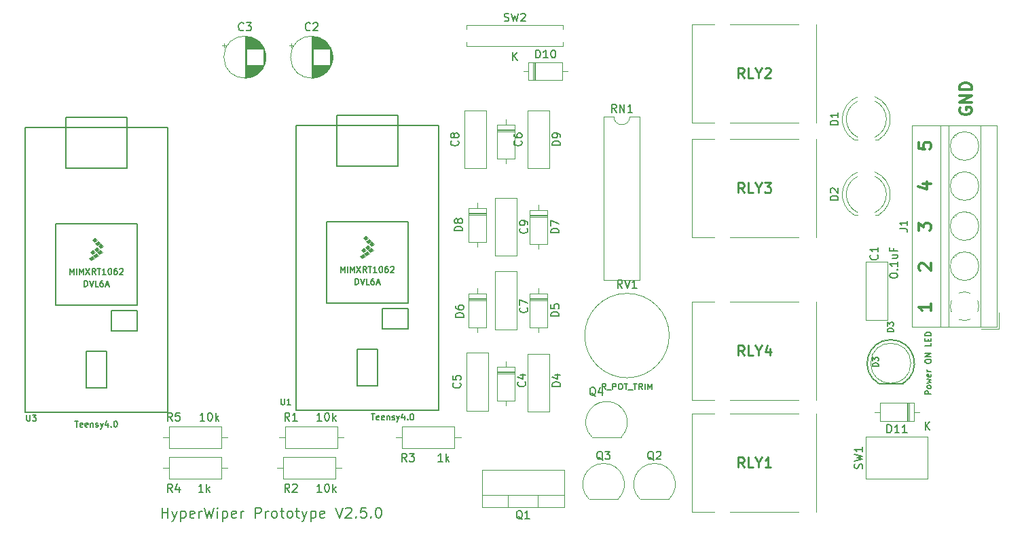
<source format=gbr>
G04 #@! TF.GenerationSoftware,KiCad,Pcbnew,5.99.0-unknown-ff9612b6da~131~ubuntu20.04.1*
G04 #@! TF.CreationDate,2021-08-29T13:57:06+09:00*
G04 #@! TF.ProjectId,Hyperwiper 2020 production prototype,48797065-7277-4697-9065-722032303230,V2.1.3*
G04 #@! TF.SameCoordinates,Original*
G04 #@! TF.FileFunction,Legend,Top*
G04 #@! TF.FilePolarity,Positive*
%FSLAX46Y46*%
G04 Gerber Fmt 4.6, Leading zero omitted, Abs format (unit mm)*
G04 Created by KiCad (PCBNEW 5.99.0-unknown-ff9612b6da~131~ubuntu20.04.1) date 2021-08-29 13:57:06*
%MOMM*%
%LPD*%
G01*
G04 APERTURE LIST*
%ADD10C,0.300000*%
%ADD11C,0.200000*%
%ADD12C,0.150000*%
%ADD13C,0.254000*%
%ADD14C,0.120000*%
%ADD15C,0.100000*%
G04 APERTURE END LIST*
D10*
X190694571Y-71778857D02*
X190694571Y-72493142D01*
X191408857Y-72564571D01*
X191337428Y-72493142D01*
X191266000Y-72350285D01*
X191266000Y-71993142D01*
X191337428Y-71850285D01*
X191408857Y-71778857D01*
X191551714Y-71707428D01*
X191908857Y-71707428D01*
X192051714Y-71778857D01*
X192123142Y-71850285D01*
X192194571Y-71993142D01*
X192194571Y-72350285D01*
X192123142Y-72493142D01*
X192051714Y-72564571D01*
X195846000Y-67436857D02*
X195774571Y-67579714D01*
X195774571Y-67794000D01*
X195846000Y-68008285D01*
X195988857Y-68151142D01*
X196131714Y-68222571D01*
X196417428Y-68294000D01*
X196631714Y-68294000D01*
X196917428Y-68222571D01*
X197060285Y-68151142D01*
X197203142Y-68008285D01*
X197274571Y-67794000D01*
X197274571Y-67651142D01*
X197203142Y-67436857D01*
X197131714Y-67365428D01*
X196631714Y-67365428D01*
X196631714Y-67651142D01*
X197274571Y-66722571D02*
X195774571Y-66722571D01*
X197274571Y-65865428D01*
X195774571Y-65865428D01*
X197274571Y-65151142D02*
X195774571Y-65151142D01*
X195774571Y-64794000D01*
X195846000Y-64579714D01*
X195988857Y-64436857D01*
X196131714Y-64365428D01*
X196417428Y-64294000D01*
X196631714Y-64294000D01*
X196917428Y-64365428D01*
X197060285Y-64436857D01*
X197203142Y-64579714D01*
X197274571Y-64794000D01*
X197274571Y-65151142D01*
D11*
X96332000Y-118637095D02*
X96332000Y-117337095D01*
X96332000Y-117956142D02*
X97074857Y-117956142D01*
X97074857Y-118637095D02*
X97074857Y-117337095D01*
X97570095Y-117770428D02*
X97879619Y-118637095D01*
X98189142Y-117770428D02*
X97879619Y-118637095D01*
X97755809Y-118946619D01*
X97693904Y-119008523D01*
X97570095Y-119070428D01*
X98684380Y-117770428D02*
X98684380Y-119070428D01*
X98684380Y-117832333D02*
X98808190Y-117770428D01*
X99055809Y-117770428D01*
X99179619Y-117832333D01*
X99241523Y-117894238D01*
X99303428Y-118018047D01*
X99303428Y-118389476D01*
X99241523Y-118513285D01*
X99179619Y-118575190D01*
X99055809Y-118637095D01*
X98808190Y-118637095D01*
X98684380Y-118575190D01*
X100355809Y-118575190D02*
X100232000Y-118637095D01*
X99984380Y-118637095D01*
X99860571Y-118575190D01*
X99798666Y-118451380D01*
X99798666Y-117956142D01*
X99860571Y-117832333D01*
X99984380Y-117770428D01*
X100232000Y-117770428D01*
X100355809Y-117832333D01*
X100417714Y-117956142D01*
X100417714Y-118079952D01*
X99798666Y-118203761D01*
X100974857Y-118637095D02*
X100974857Y-117770428D01*
X100974857Y-118018047D02*
X101036761Y-117894238D01*
X101098666Y-117832333D01*
X101222476Y-117770428D01*
X101346285Y-117770428D01*
X101655809Y-117337095D02*
X101965333Y-118637095D01*
X102212952Y-117708523D01*
X102460571Y-118637095D01*
X102770095Y-117337095D01*
X103265333Y-118637095D02*
X103265333Y-117770428D01*
X103265333Y-117337095D02*
X103203428Y-117399000D01*
X103265333Y-117460904D01*
X103327238Y-117399000D01*
X103265333Y-117337095D01*
X103265333Y-117460904D01*
X103884380Y-117770428D02*
X103884380Y-119070428D01*
X103884380Y-117832333D02*
X104008190Y-117770428D01*
X104255809Y-117770428D01*
X104379619Y-117832333D01*
X104441523Y-117894238D01*
X104503428Y-118018047D01*
X104503428Y-118389476D01*
X104441523Y-118513285D01*
X104379619Y-118575190D01*
X104255809Y-118637095D01*
X104008190Y-118637095D01*
X103884380Y-118575190D01*
X105555809Y-118575190D02*
X105432000Y-118637095D01*
X105184380Y-118637095D01*
X105060571Y-118575190D01*
X104998666Y-118451380D01*
X104998666Y-117956142D01*
X105060571Y-117832333D01*
X105184380Y-117770428D01*
X105432000Y-117770428D01*
X105555809Y-117832333D01*
X105617714Y-117956142D01*
X105617714Y-118079952D01*
X104998666Y-118203761D01*
X106174857Y-118637095D02*
X106174857Y-117770428D01*
X106174857Y-118018047D02*
X106236761Y-117894238D01*
X106298666Y-117832333D01*
X106422476Y-117770428D01*
X106546285Y-117770428D01*
X107970095Y-118637095D02*
X107970095Y-117337095D01*
X108465333Y-117337095D01*
X108589142Y-117399000D01*
X108651047Y-117460904D01*
X108712952Y-117584714D01*
X108712952Y-117770428D01*
X108651047Y-117894238D01*
X108589142Y-117956142D01*
X108465333Y-118018047D01*
X107970095Y-118018047D01*
X109270095Y-118637095D02*
X109270095Y-117770428D01*
X109270095Y-118018047D02*
X109332000Y-117894238D01*
X109393904Y-117832333D01*
X109517714Y-117770428D01*
X109641523Y-117770428D01*
X110260571Y-118637095D02*
X110136761Y-118575190D01*
X110074857Y-118513285D01*
X110012952Y-118389476D01*
X110012952Y-118018047D01*
X110074857Y-117894238D01*
X110136761Y-117832333D01*
X110260571Y-117770428D01*
X110446285Y-117770428D01*
X110570095Y-117832333D01*
X110632000Y-117894238D01*
X110693904Y-118018047D01*
X110693904Y-118389476D01*
X110632000Y-118513285D01*
X110570095Y-118575190D01*
X110446285Y-118637095D01*
X110260571Y-118637095D01*
X111065333Y-117770428D02*
X111560571Y-117770428D01*
X111251047Y-117337095D02*
X111251047Y-118451380D01*
X111312952Y-118575190D01*
X111436761Y-118637095D01*
X111560571Y-118637095D01*
X112179619Y-118637095D02*
X112055809Y-118575190D01*
X111993904Y-118513285D01*
X111932000Y-118389476D01*
X111932000Y-118018047D01*
X111993904Y-117894238D01*
X112055809Y-117832333D01*
X112179619Y-117770428D01*
X112365333Y-117770428D01*
X112489142Y-117832333D01*
X112551047Y-117894238D01*
X112612952Y-118018047D01*
X112612952Y-118389476D01*
X112551047Y-118513285D01*
X112489142Y-118575190D01*
X112365333Y-118637095D01*
X112179619Y-118637095D01*
X112984380Y-117770428D02*
X113479619Y-117770428D01*
X113170095Y-117337095D02*
X113170095Y-118451380D01*
X113232000Y-118575190D01*
X113355809Y-118637095D01*
X113479619Y-118637095D01*
X113789142Y-117770428D02*
X114098666Y-118637095D01*
X114408190Y-117770428D02*
X114098666Y-118637095D01*
X113974857Y-118946619D01*
X113912952Y-119008523D01*
X113789142Y-119070428D01*
X114903428Y-117770428D02*
X114903428Y-119070428D01*
X114903428Y-117832333D02*
X115027238Y-117770428D01*
X115274857Y-117770428D01*
X115398666Y-117832333D01*
X115460571Y-117894238D01*
X115522476Y-118018047D01*
X115522476Y-118389476D01*
X115460571Y-118513285D01*
X115398666Y-118575190D01*
X115274857Y-118637095D01*
X115027238Y-118637095D01*
X114903428Y-118575190D01*
X116574857Y-118575190D02*
X116451047Y-118637095D01*
X116203428Y-118637095D01*
X116079619Y-118575190D01*
X116017714Y-118451380D01*
X116017714Y-117956142D01*
X116079619Y-117832333D01*
X116203428Y-117770428D01*
X116451047Y-117770428D01*
X116574857Y-117832333D01*
X116636761Y-117956142D01*
X116636761Y-118079952D01*
X116017714Y-118203761D01*
X117998666Y-117337095D02*
X118432000Y-118637095D01*
X118865333Y-117337095D01*
X119236761Y-117460904D02*
X119298666Y-117399000D01*
X119422476Y-117337095D01*
X119732000Y-117337095D01*
X119855809Y-117399000D01*
X119917714Y-117460904D01*
X119979619Y-117584714D01*
X119979619Y-117708523D01*
X119917714Y-117894238D01*
X119174857Y-118637095D01*
X119979619Y-118637095D01*
X120536761Y-118513285D02*
X120598666Y-118575190D01*
X120536761Y-118637095D01*
X120474857Y-118575190D01*
X120536761Y-118513285D01*
X120536761Y-118637095D01*
X121774857Y-117337095D02*
X121155809Y-117337095D01*
X121093904Y-117956142D01*
X121155809Y-117894238D01*
X121279619Y-117832333D01*
X121589142Y-117832333D01*
X121712952Y-117894238D01*
X121774857Y-117956142D01*
X121836761Y-118079952D01*
X121836761Y-118389476D01*
X121774857Y-118513285D01*
X121712952Y-118575190D01*
X121589142Y-118637095D01*
X121279619Y-118637095D01*
X121155809Y-118575190D01*
X121093904Y-118513285D01*
X122393904Y-118513285D02*
X122455809Y-118575190D01*
X122393904Y-118637095D01*
X122332000Y-118575190D01*
X122393904Y-118513285D01*
X122393904Y-118637095D01*
X123260571Y-117337095D02*
X123384380Y-117337095D01*
X123508190Y-117399000D01*
X123570095Y-117460904D01*
X123632000Y-117584714D01*
X123693904Y-117832333D01*
X123693904Y-118141857D01*
X123632000Y-118389476D01*
X123570095Y-118513285D01*
X123508190Y-118575190D01*
X123384380Y-118637095D01*
X123260571Y-118637095D01*
X123136761Y-118575190D01*
X123074857Y-118513285D01*
X123012952Y-118389476D01*
X122951047Y-118141857D01*
X122951047Y-117832333D01*
X123012952Y-117584714D01*
X123074857Y-117460904D01*
X123136761Y-117399000D01*
X123260571Y-117337095D01*
D10*
X191194571Y-76898535D02*
X192194571Y-76898535D01*
X190623142Y-77255678D02*
X191694571Y-77612821D01*
X191694571Y-76684250D01*
X192194571Y-91900428D02*
X192194571Y-92757571D01*
X192194571Y-92329000D02*
X190694571Y-92329000D01*
X190908857Y-92471857D01*
X191051714Y-92614714D01*
X191123142Y-92757571D01*
X190837428Y-87709321D02*
X190766000Y-87637892D01*
X190694571Y-87495035D01*
X190694571Y-87137892D01*
X190766000Y-86995035D01*
X190837428Y-86923607D01*
X190980285Y-86852178D01*
X191123142Y-86852178D01*
X191337428Y-86923607D01*
X192194571Y-87780750D01*
X192194571Y-86852178D01*
X190694571Y-82732500D02*
X190694571Y-81803928D01*
X191266000Y-82303928D01*
X191266000Y-82089642D01*
X191337428Y-81946785D01*
X191408857Y-81875357D01*
X191551714Y-81803928D01*
X191908857Y-81803928D01*
X192051714Y-81875357D01*
X192123142Y-81946785D01*
X192194571Y-82089642D01*
X192194571Y-82518214D01*
X192123142Y-82661071D01*
X192051714Y-82732500D01*
D12*
G04 #@! TO.C,D11*
X186745714Y-107982380D02*
X186745714Y-106982380D01*
X186983809Y-106982380D01*
X187126666Y-107030000D01*
X187221904Y-107125238D01*
X187269523Y-107220476D01*
X187317142Y-107410952D01*
X187317142Y-107553809D01*
X187269523Y-107744285D01*
X187221904Y-107839523D01*
X187126666Y-107934761D01*
X186983809Y-107982380D01*
X186745714Y-107982380D01*
X188269523Y-107982380D02*
X187698095Y-107982380D01*
X187983809Y-107982380D02*
X187983809Y-106982380D01*
X187888571Y-107125238D01*
X187793333Y-107220476D01*
X187698095Y-107268095D01*
X189221904Y-107982380D02*
X188650476Y-107982380D01*
X188936190Y-107982380D02*
X188936190Y-106982380D01*
X188840952Y-107125238D01*
X188745714Y-107220476D01*
X188650476Y-107268095D01*
X191508095Y-107662380D02*
X191508095Y-106662380D01*
X192079523Y-107662380D02*
X191650952Y-107090952D01*
X192079523Y-106662380D02*
X191508095Y-107233809D01*
G04 #@! TO.C,D10*
X142930714Y-61197380D02*
X142930714Y-60197380D01*
X143168809Y-60197380D01*
X143311666Y-60245000D01*
X143406904Y-60340238D01*
X143454523Y-60435476D01*
X143502142Y-60625952D01*
X143502142Y-60768809D01*
X143454523Y-60959285D01*
X143406904Y-61054523D01*
X143311666Y-61149761D01*
X143168809Y-61197380D01*
X142930714Y-61197380D01*
X144454523Y-61197380D02*
X143883095Y-61197380D01*
X144168809Y-61197380D02*
X144168809Y-60197380D01*
X144073571Y-60340238D01*
X143978333Y-60435476D01*
X143883095Y-60483095D01*
X145073571Y-60197380D02*
X145168809Y-60197380D01*
X145264047Y-60245000D01*
X145311666Y-60292619D01*
X145359285Y-60387857D01*
X145406904Y-60578333D01*
X145406904Y-60816428D01*
X145359285Y-61006904D01*
X145311666Y-61102142D01*
X145264047Y-61149761D01*
X145168809Y-61197380D01*
X145073571Y-61197380D01*
X144978333Y-61149761D01*
X144930714Y-61102142D01*
X144883095Y-61006904D01*
X144835476Y-60816428D01*
X144835476Y-60578333D01*
X144883095Y-60387857D01*
X144930714Y-60292619D01*
X144978333Y-60245000D01*
X145073571Y-60197380D01*
X140073095Y-61517380D02*
X140073095Y-60517380D01*
X140644523Y-61517380D02*
X140215952Y-60945952D01*
X140644523Y-60517380D02*
X140073095Y-61088809D01*
G04 #@! TO.C,D2*
X180642380Y-78971595D02*
X179642380Y-78971595D01*
X179642380Y-78733500D01*
X179690000Y-78590642D01*
X179785238Y-78495404D01*
X179880476Y-78447785D01*
X180070952Y-78400166D01*
X180213809Y-78400166D01*
X180404285Y-78447785D01*
X180499523Y-78495404D01*
X180594761Y-78590642D01*
X180642380Y-78733500D01*
X180642380Y-78971595D01*
X179737619Y-78019214D02*
X179690000Y-77971595D01*
X179642380Y-77876357D01*
X179642380Y-77638261D01*
X179690000Y-77543023D01*
X179737619Y-77495404D01*
X179832857Y-77447785D01*
X179928095Y-77447785D01*
X180070952Y-77495404D01*
X180642380Y-78066833D01*
X180642380Y-77447785D01*
G04 #@! TO.C,C7*
X141835142Y-92368666D02*
X141882761Y-92416285D01*
X141930380Y-92559142D01*
X141930380Y-92654380D01*
X141882761Y-92797238D01*
X141787523Y-92892476D01*
X141692285Y-92940095D01*
X141501809Y-92987714D01*
X141358952Y-92987714D01*
X141168476Y-92940095D01*
X141073238Y-92892476D01*
X140978000Y-92797238D01*
X140930380Y-92654380D01*
X140930380Y-92559142D01*
X140978000Y-92416285D01*
X141025619Y-92368666D01*
X140930380Y-92035333D02*
X140930380Y-91368666D01*
X141930380Y-91797238D01*
D13*
G04 #@! TO.C,RLY2*
X168910000Y-63693523D02*
X168486666Y-63088761D01*
X168184285Y-63693523D02*
X168184285Y-62423523D01*
X168668095Y-62423523D01*
X168789047Y-62484000D01*
X168849523Y-62544476D01*
X168910000Y-62665428D01*
X168910000Y-62846857D01*
X168849523Y-62967809D01*
X168789047Y-63028285D01*
X168668095Y-63088761D01*
X168184285Y-63088761D01*
X170059047Y-63693523D02*
X169454285Y-63693523D01*
X169454285Y-62423523D01*
X170724285Y-63088761D02*
X170724285Y-63693523D01*
X170300952Y-62423523D02*
X170724285Y-63088761D01*
X171147619Y-62423523D01*
X171510476Y-62544476D02*
X171570952Y-62484000D01*
X171691904Y-62423523D01*
X171994285Y-62423523D01*
X172115238Y-62484000D01*
X172175714Y-62544476D01*
X172236190Y-62665428D01*
X172236190Y-62786380D01*
X172175714Y-62967809D01*
X171450000Y-63693523D01*
X172236190Y-63693523D01*
D12*
G04 #@! TO.C,C9*
X141835142Y-82462666D02*
X141882761Y-82510285D01*
X141930380Y-82653142D01*
X141930380Y-82748380D01*
X141882761Y-82891238D01*
X141787523Y-82986476D01*
X141692285Y-83034095D01*
X141501809Y-83081714D01*
X141358952Y-83081714D01*
X141168476Y-83034095D01*
X141073238Y-82986476D01*
X140978000Y-82891238D01*
X140930380Y-82748380D01*
X140930380Y-82653142D01*
X140978000Y-82510285D01*
X141025619Y-82462666D01*
X141930380Y-81986476D02*
X141930380Y-81796000D01*
X141882761Y-81700761D01*
X141835142Y-81653142D01*
X141692285Y-81557904D01*
X141501809Y-81510285D01*
X141120857Y-81510285D01*
X141025619Y-81557904D01*
X140978000Y-81605523D01*
X140930380Y-81700761D01*
X140930380Y-81891238D01*
X140978000Y-81986476D01*
X141025619Y-82034095D01*
X141120857Y-82081714D01*
X141358952Y-82081714D01*
X141454190Y-82034095D01*
X141501809Y-81986476D01*
X141549428Y-81891238D01*
X141549428Y-81700761D01*
X141501809Y-81605523D01*
X141454190Y-81557904D01*
X141358952Y-81510285D01*
G04 #@! TO.C,R3*
X126833333Y-111577380D02*
X126500000Y-111101190D01*
X126261904Y-111577380D02*
X126261904Y-110577380D01*
X126642857Y-110577380D01*
X126738095Y-110625000D01*
X126785714Y-110672619D01*
X126833333Y-110767857D01*
X126833333Y-110910714D01*
X126785714Y-111005952D01*
X126738095Y-111053571D01*
X126642857Y-111101190D01*
X126261904Y-111101190D01*
X127166666Y-110577380D02*
X127785714Y-110577380D01*
X127452380Y-110958333D01*
X127595238Y-110958333D01*
X127690476Y-111005952D01*
X127738095Y-111053571D01*
X127785714Y-111148809D01*
X127785714Y-111386904D01*
X127738095Y-111482142D01*
X127690476Y-111529761D01*
X127595238Y-111577380D01*
X127309523Y-111577380D01*
X127214285Y-111529761D01*
X127166666Y-111482142D01*
X131325952Y-111577380D02*
X130754523Y-111577380D01*
X131040238Y-111577380D02*
X131040238Y-110577380D01*
X130945000Y-110720238D01*
X130849761Y-110815476D01*
X130754523Y-110863095D01*
X131754523Y-111577380D02*
X131754523Y-110577380D01*
X131849761Y-111196428D02*
X132135476Y-111577380D01*
X132135476Y-110910714D02*
X131754523Y-111291666D01*
G04 #@! TO.C,D9*
X145994380Y-72112095D02*
X144994380Y-72112095D01*
X144994380Y-71874000D01*
X145042000Y-71731142D01*
X145137238Y-71635904D01*
X145232476Y-71588285D01*
X145422952Y-71540666D01*
X145565809Y-71540666D01*
X145756285Y-71588285D01*
X145851523Y-71635904D01*
X145946761Y-71731142D01*
X145994380Y-71874000D01*
X145994380Y-72112095D01*
X145994380Y-71064476D02*
X145994380Y-70874000D01*
X145946761Y-70778761D01*
X145899142Y-70731142D01*
X145756285Y-70635904D01*
X145565809Y-70588285D01*
X145184857Y-70588285D01*
X145089619Y-70635904D01*
X145042000Y-70683523D01*
X144994380Y-70778761D01*
X144994380Y-70969238D01*
X145042000Y-71064476D01*
X145089619Y-71112095D01*
X145184857Y-71159714D01*
X145422952Y-71159714D01*
X145518190Y-71112095D01*
X145565809Y-71064476D01*
X145613428Y-70969238D01*
X145613428Y-70778761D01*
X145565809Y-70683523D01*
X145518190Y-70635904D01*
X145422952Y-70588285D01*
G04 #@! TO.C,D5*
X145828380Y-93448095D02*
X144828380Y-93448095D01*
X144828380Y-93210000D01*
X144876000Y-93067142D01*
X144971238Y-92971904D01*
X145066476Y-92924285D01*
X145256952Y-92876666D01*
X145399809Y-92876666D01*
X145590285Y-92924285D01*
X145685523Y-92971904D01*
X145780761Y-93067142D01*
X145828380Y-93210000D01*
X145828380Y-93448095D01*
X144828380Y-91971904D02*
X144828380Y-92448095D01*
X145304571Y-92495714D01*
X145256952Y-92448095D01*
X145209333Y-92352857D01*
X145209333Y-92114761D01*
X145256952Y-92019523D01*
X145304571Y-91971904D01*
X145399809Y-91924285D01*
X145637904Y-91924285D01*
X145733142Y-91971904D01*
X145780761Y-92019523D01*
X145828380Y-92114761D01*
X145828380Y-92352857D01*
X145780761Y-92448095D01*
X145733142Y-92495714D01*
G04 #@! TO.C,J1*
X188288380Y-82528833D02*
X189002666Y-82528833D01*
X189145523Y-82576452D01*
X189240761Y-82671690D01*
X189288380Y-82814547D01*
X189288380Y-82909785D01*
X189288380Y-81528833D02*
X189288380Y-82100261D01*
X189288380Y-81814547D02*
X188288380Y-81814547D01*
X188431238Y-81909785D01*
X188526476Y-82005023D01*
X188574095Y-82100261D01*
G04 #@! TO.C,SW2*
X139001666Y-56574761D02*
X139144523Y-56622380D01*
X139382619Y-56622380D01*
X139477857Y-56574761D01*
X139525476Y-56527142D01*
X139573095Y-56431904D01*
X139573095Y-56336666D01*
X139525476Y-56241428D01*
X139477857Y-56193809D01*
X139382619Y-56146190D01*
X139192142Y-56098571D01*
X139096904Y-56050952D01*
X139049285Y-56003333D01*
X139001666Y-55908095D01*
X139001666Y-55812857D01*
X139049285Y-55717619D01*
X139096904Y-55670000D01*
X139192142Y-55622380D01*
X139430238Y-55622380D01*
X139573095Y-55670000D01*
X139906428Y-55622380D02*
X140144523Y-56622380D01*
X140335000Y-55908095D01*
X140525476Y-56622380D01*
X140763571Y-55622380D01*
X141096904Y-55717619D02*
X141144523Y-55670000D01*
X141239761Y-55622380D01*
X141477857Y-55622380D01*
X141573095Y-55670000D01*
X141620714Y-55717619D01*
X141668333Y-55812857D01*
X141668333Y-55908095D01*
X141620714Y-56050952D01*
X141049285Y-56622380D01*
X141668333Y-56622380D01*
G04 #@! TO.C,R2*
X112228333Y-115387380D02*
X111895000Y-114911190D01*
X111656904Y-115387380D02*
X111656904Y-114387380D01*
X112037857Y-114387380D01*
X112133095Y-114435000D01*
X112180714Y-114482619D01*
X112228333Y-114577857D01*
X112228333Y-114720714D01*
X112180714Y-114815952D01*
X112133095Y-114863571D01*
X112037857Y-114911190D01*
X111656904Y-114911190D01*
X112609285Y-114482619D02*
X112656904Y-114435000D01*
X112752142Y-114387380D01*
X112990238Y-114387380D01*
X113085476Y-114435000D01*
X113133095Y-114482619D01*
X113180714Y-114577857D01*
X113180714Y-114673095D01*
X113133095Y-114815952D01*
X112561666Y-115387380D01*
X113180714Y-115387380D01*
X116244761Y-115387380D02*
X115673333Y-115387380D01*
X115959047Y-115387380D02*
X115959047Y-114387380D01*
X115863809Y-114530238D01*
X115768571Y-114625476D01*
X115673333Y-114673095D01*
X116863809Y-114387380D02*
X116959047Y-114387380D01*
X117054285Y-114435000D01*
X117101904Y-114482619D01*
X117149523Y-114577857D01*
X117197142Y-114768333D01*
X117197142Y-115006428D01*
X117149523Y-115196904D01*
X117101904Y-115292142D01*
X117054285Y-115339761D01*
X116959047Y-115387380D01*
X116863809Y-115387380D01*
X116768571Y-115339761D01*
X116720952Y-115292142D01*
X116673333Y-115196904D01*
X116625714Y-115006428D01*
X116625714Y-114768333D01*
X116673333Y-114577857D01*
X116720952Y-114482619D01*
X116768571Y-114435000D01*
X116863809Y-114387380D01*
X117625714Y-115387380D02*
X117625714Y-114387380D01*
X117720952Y-115006428D02*
X118006666Y-115387380D01*
X118006666Y-114720714D02*
X117625714Y-115101666D01*
G04 #@! TO.C,Q3*
X151288761Y-111406119D02*
X151193523Y-111358500D01*
X151098285Y-111263261D01*
X150955428Y-111120404D01*
X150860190Y-111072785D01*
X150764952Y-111072785D01*
X150812571Y-111310880D02*
X150717333Y-111263261D01*
X150622095Y-111168023D01*
X150574476Y-110977547D01*
X150574476Y-110644214D01*
X150622095Y-110453738D01*
X150717333Y-110358500D01*
X150812571Y-110310880D01*
X151003047Y-110310880D01*
X151098285Y-110358500D01*
X151193523Y-110453738D01*
X151241142Y-110644214D01*
X151241142Y-110977547D01*
X151193523Y-111168023D01*
X151098285Y-111263261D01*
X151003047Y-111310880D01*
X150812571Y-111310880D01*
X151574476Y-110310880D02*
X152193523Y-110310880D01*
X151860190Y-110691833D01*
X152003047Y-110691833D01*
X152098285Y-110739452D01*
X152145904Y-110787071D01*
X152193523Y-110882309D01*
X152193523Y-111120404D01*
X152145904Y-111215642D01*
X152098285Y-111263261D01*
X152003047Y-111310880D01*
X151717333Y-111310880D01*
X151622095Y-111263261D01*
X151574476Y-111215642D01*
G04 #@! TO.C,Q1*
X141255761Y-118807619D02*
X141160523Y-118760000D01*
X141065285Y-118664761D01*
X140922428Y-118521904D01*
X140827190Y-118474285D01*
X140731952Y-118474285D01*
X140779571Y-118712380D02*
X140684333Y-118664761D01*
X140589095Y-118569523D01*
X140541476Y-118379047D01*
X140541476Y-118045714D01*
X140589095Y-117855238D01*
X140684333Y-117760000D01*
X140779571Y-117712380D01*
X140970047Y-117712380D01*
X141065285Y-117760000D01*
X141160523Y-117855238D01*
X141208142Y-118045714D01*
X141208142Y-118379047D01*
X141160523Y-118569523D01*
X141065285Y-118664761D01*
X140970047Y-118712380D01*
X140779571Y-118712380D01*
X142160523Y-118712380D02*
X141589095Y-118712380D01*
X141874809Y-118712380D02*
X141874809Y-117712380D01*
X141779571Y-117855238D01*
X141684333Y-117950476D01*
X141589095Y-117998095D01*
G04 #@! TO.C,C5*
X133493142Y-101786666D02*
X133540761Y-101834285D01*
X133588380Y-101977142D01*
X133588380Y-102072380D01*
X133540761Y-102215238D01*
X133445523Y-102310476D01*
X133350285Y-102358095D01*
X133159809Y-102405714D01*
X133016952Y-102405714D01*
X132826476Y-102358095D01*
X132731238Y-102310476D01*
X132636000Y-102215238D01*
X132588380Y-102072380D01*
X132588380Y-101977142D01*
X132636000Y-101834285D01*
X132683619Y-101786666D01*
X132588380Y-100881904D02*
X132588380Y-101358095D01*
X133064571Y-101405714D01*
X133016952Y-101358095D01*
X132969333Y-101262857D01*
X132969333Y-101024761D01*
X133016952Y-100929523D01*
X133064571Y-100881904D01*
X133159809Y-100834285D01*
X133397904Y-100834285D01*
X133493142Y-100881904D01*
X133540761Y-100929523D01*
X133588380Y-101024761D01*
X133588380Y-101262857D01*
X133540761Y-101358095D01*
X133493142Y-101405714D01*
D13*
G04 #@! TO.C,RLY4*
X168910000Y-98364523D02*
X168486666Y-97759761D01*
X168184285Y-98364523D02*
X168184285Y-97094523D01*
X168668095Y-97094523D01*
X168789047Y-97155000D01*
X168849523Y-97215476D01*
X168910000Y-97336428D01*
X168910000Y-97517857D01*
X168849523Y-97638809D01*
X168789047Y-97699285D01*
X168668095Y-97759761D01*
X168184285Y-97759761D01*
X170059047Y-98364523D02*
X169454285Y-98364523D01*
X169454285Y-97094523D01*
X170724285Y-97759761D02*
X170724285Y-98364523D01*
X170300952Y-97094523D02*
X170724285Y-97759761D01*
X171147619Y-97094523D01*
X172115238Y-97517857D02*
X172115238Y-98364523D01*
X171812857Y-97034047D02*
X171510476Y-97941190D01*
X172296666Y-97941190D01*
D12*
G04 #@! TO.C,C4*
X141581142Y-101639666D02*
X141628761Y-101687285D01*
X141676380Y-101830142D01*
X141676380Y-101925380D01*
X141628761Y-102068238D01*
X141533523Y-102163476D01*
X141438285Y-102211095D01*
X141247809Y-102258714D01*
X141104952Y-102258714D01*
X140914476Y-102211095D01*
X140819238Y-102163476D01*
X140724000Y-102068238D01*
X140676380Y-101925380D01*
X140676380Y-101830142D01*
X140724000Y-101687285D01*
X140771619Y-101639666D01*
X141009714Y-100782523D02*
X141676380Y-100782523D01*
X140628761Y-101020619D02*
X141343047Y-101258714D01*
X141343047Y-100639666D01*
G04 #@! TO.C,Q2*
X157638761Y-111406119D02*
X157543523Y-111358500D01*
X157448285Y-111263261D01*
X157305428Y-111120404D01*
X157210190Y-111072785D01*
X157114952Y-111072785D01*
X157162571Y-111310880D02*
X157067333Y-111263261D01*
X156972095Y-111168023D01*
X156924476Y-110977547D01*
X156924476Y-110644214D01*
X156972095Y-110453738D01*
X157067333Y-110358500D01*
X157162571Y-110310880D01*
X157353047Y-110310880D01*
X157448285Y-110358500D01*
X157543523Y-110453738D01*
X157591142Y-110644214D01*
X157591142Y-110977547D01*
X157543523Y-111168023D01*
X157448285Y-111263261D01*
X157353047Y-111310880D01*
X157162571Y-111310880D01*
X157972095Y-110406119D02*
X158019714Y-110358500D01*
X158114952Y-110310880D01*
X158353047Y-110310880D01*
X158448285Y-110358500D01*
X158495904Y-110406119D01*
X158543523Y-110501357D01*
X158543523Y-110596595D01*
X158495904Y-110739452D01*
X157924476Y-111310880D01*
X158543523Y-111310880D01*
G04 #@! TO.C,RV1*
X153709761Y-89912380D02*
X153376428Y-89436190D01*
X153138333Y-89912380D02*
X153138333Y-88912380D01*
X153519285Y-88912380D01*
X153614523Y-88960000D01*
X153662142Y-89007619D01*
X153709761Y-89102857D01*
X153709761Y-89245714D01*
X153662142Y-89340952D01*
X153614523Y-89388571D01*
X153519285Y-89436190D01*
X153138333Y-89436190D01*
X153995476Y-88912380D02*
X154328809Y-89912380D01*
X154662142Y-88912380D01*
X155519285Y-89912380D02*
X154947857Y-89912380D01*
X155233571Y-89912380D02*
X155233571Y-88912380D01*
X155138333Y-89055238D01*
X155043095Y-89150476D01*
X154947857Y-89198095D01*
X151644285Y-102599285D02*
X151394285Y-102242142D01*
X151215714Y-102599285D02*
X151215714Y-101849285D01*
X151501428Y-101849285D01*
X151572857Y-101885000D01*
X151608571Y-101920714D01*
X151644285Y-101992142D01*
X151644285Y-102099285D01*
X151608571Y-102170714D01*
X151572857Y-102206428D01*
X151501428Y-102242142D01*
X151215714Y-102242142D01*
X151787142Y-102670714D02*
X152358571Y-102670714D01*
X152537142Y-102599285D02*
X152537142Y-101849285D01*
X152822857Y-101849285D01*
X152894285Y-101885000D01*
X152930000Y-101920714D01*
X152965714Y-101992142D01*
X152965714Y-102099285D01*
X152930000Y-102170714D01*
X152894285Y-102206428D01*
X152822857Y-102242142D01*
X152537142Y-102242142D01*
X153430000Y-101849285D02*
X153572857Y-101849285D01*
X153644285Y-101885000D01*
X153715714Y-101956428D01*
X153751428Y-102099285D01*
X153751428Y-102349285D01*
X153715714Y-102492142D01*
X153644285Y-102563571D01*
X153572857Y-102599285D01*
X153430000Y-102599285D01*
X153358571Y-102563571D01*
X153287142Y-102492142D01*
X153251428Y-102349285D01*
X153251428Y-102099285D01*
X153287142Y-101956428D01*
X153358571Y-101885000D01*
X153430000Y-101849285D01*
X153965714Y-101849285D02*
X154394285Y-101849285D01*
X154180000Y-102599285D02*
X154180000Y-101849285D01*
X154465714Y-102670714D02*
X155037142Y-102670714D01*
X155108571Y-101849285D02*
X155537142Y-101849285D01*
X155322857Y-102599285D02*
X155322857Y-101849285D01*
X156215714Y-102599285D02*
X155965714Y-102242142D01*
X155787142Y-102599285D02*
X155787142Y-101849285D01*
X156072857Y-101849285D01*
X156144285Y-101885000D01*
X156180000Y-101920714D01*
X156215714Y-101992142D01*
X156215714Y-102099285D01*
X156180000Y-102170714D01*
X156144285Y-102206428D01*
X156072857Y-102242142D01*
X155787142Y-102242142D01*
X156537142Y-102599285D02*
X156537142Y-101849285D01*
X156894285Y-102599285D02*
X156894285Y-101849285D01*
X157144285Y-102385000D01*
X157394285Y-101849285D01*
X157394285Y-102599285D01*
G04 #@! TO.C,RN1*
X152979523Y-67972380D02*
X152646190Y-67496190D01*
X152408095Y-67972380D02*
X152408095Y-66972380D01*
X152789047Y-66972380D01*
X152884285Y-67020000D01*
X152931904Y-67067619D01*
X152979523Y-67162857D01*
X152979523Y-67305714D01*
X152931904Y-67400952D01*
X152884285Y-67448571D01*
X152789047Y-67496190D01*
X152408095Y-67496190D01*
X153408095Y-67972380D02*
X153408095Y-66972380D01*
X153979523Y-67972380D01*
X153979523Y-66972380D01*
X154979523Y-67972380D02*
X154408095Y-67972380D01*
X154693809Y-67972380D02*
X154693809Y-66972380D01*
X154598571Y-67115238D01*
X154503333Y-67210476D01*
X154408095Y-67258095D01*
G04 #@! TO.C,C1*
X185521642Y-85779666D02*
X185569261Y-85827285D01*
X185616880Y-85970142D01*
X185616880Y-86065380D01*
X185569261Y-86208238D01*
X185474023Y-86303476D01*
X185378785Y-86351095D01*
X185188309Y-86398714D01*
X185045452Y-86398714D01*
X184854976Y-86351095D01*
X184759738Y-86303476D01*
X184664500Y-86208238D01*
X184616880Y-86065380D01*
X184616880Y-85970142D01*
X184664500Y-85827285D01*
X184712119Y-85779666D01*
X185616880Y-84827285D02*
X185616880Y-85398714D01*
X185616880Y-85113000D02*
X184616880Y-85113000D01*
X184759738Y-85208238D01*
X184854976Y-85303476D01*
X184902595Y-85398714D01*
X187066880Y-88405857D02*
X187066880Y-88310619D01*
X187114500Y-88215380D01*
X187162119Y-88167761D01*
X187257357Y-88120142D01*
X187447833Y-88072523D01*
X187685928Y-88072523D01*
X187876404Y-88120142D01*
X187971642Y-88167761D01*
X188019261Y-88215380D01*
X188066880Y-88310619D01*
X188066880Y-88405857D01*
X188019261Y-88501095D01*
X187971642Y-88548714D01*
X187876404Y-88596333D01*
X187685928Y-88643952D01*
X187447833Y-88643952D01*
X187257357Y-88596333D01*
X187162119Y-88548714D01*
X187114500Y-88501095D01*
X187066880Y-88405857D01*
X187971642Y-87643952D02*
X188019261Y-87596333D01*
X188066880Y-87643952D01*
X188019261Y-87691571D01*
X187971642Y-87643952D01*
X188066880Y-87643952D01*
X188066880Y-86643952D02*
X188066880Y-87215380D01*
X188066880Y-86929666D02*
X187066880Y-86929666D01*
X187209738Y-87024904D01*
X187304976Y-87120142D01*
X187352595Y-87215380D01*
X187400214Y-85786809D02*
X188066880Y-85786809D01*
X187400214Y-86215380D02*
X187924023Y-86215380D01*
X188019261Y-86167761D01*
X188066880Y-86072523D01*
X188066880Y-85929666D01*
X188019261Y-85834428D01*
X187971642Y-85786809D01*
X187543071Y-84977285D02*
X187543071Y-85310619D01*
X188066880Y-85310619D02*
X187066880Y-85310619D01*
X187066880Y-84834428D01*
G04 #@! TO.C,D7*
X145828380Y-83034095D02*
X144828380Y-83034095D01*
X144828380Y-82796000D01*
X144876000Y-82653142D01*
X144971238Y-82557904D01*
X145066476Y-82510285D01*
X145256952Y-82462666D01*
X145399809Y-82462666D01*
X145590285Y-82510285D01*
X145685523Y-82557904D01*
X145780761Y-82653142D01*
X145828380Y-82796000D01*
X145828380Y-83034095D01*
X144828380Y-82129333D02*
X144828380Y-81462666D01*
X145828380Y-81891238D01*
G04 #@! TO.C,D8*
X133802380Y-82780095D02*
X132802380Y-82780095D01*
X132802380Y-82542000D01*
X132850000Y-82399142D01*
X132945238Y-82303904D01*
X133040476Y-82256285D01*
X133230952Y-82208666D01*
X133373809Y-82208666D01*
X133564285Y-82256285D01*
X133659523Y-82303904D01*
X133754761Y-82399142D01*
X133802380Y-82542000D01*
X133802380Y-82780095D01*
X133230952Y-81637238D02*
X133183333Y-81732476D01*
X133135714Y-81780095D01*
X133040476Y-81827714D01*
X132992857Y-81827714D01*
X132897619Y-81780095D01*
X132850000Y-81732476D01*
X132802380Y-81637238D01*
X132802380Y-81446761D01*
X132850000Y-81351523D01*
X132897619Y-81303904D01*
X132992857Y-81256285D01*
X133040476Y-81256285D01*
X133135714Y-81303904D01*
X133183333Y-81351523D01*
X133230952Y-81446761D01*
X133230952Y-81637238D01*
X133278571Y-81732476D01*
X133326190Y-81780095D01*
X133421428Y-81827714D01*
X133611904Y-81827714D01*
X133707142Y-81780095D01*
X133754761Y-81732476D01*
X133802380Y-81637238D01*
X133802380Y-81446761D01*
X133754761Y-81351523D01*
X133707142Y-81303904D01*
X133611904Y-81256285D01*
X133421428Y-81256285D01*
X133326190Y-81303904D01*
X133278571Y-81351523D01*
X133230952Y-81446761D01*
G04 #@! TO.C,R4*
X97623333Y-115387380D02*
X97290000Y-114911190D01*
X97051904Y-115387380D02*
X97051904Y-114387380D01*
X97432857Y-114387380D01*
X97528095Y-114435000D01*
X97575714Y-114482619D01*
X97623333Y-114577857D01*
X97623333Y-114720714D01*
X97575714Y-114815952D01*
X97528095Y-114863571D01*
X97432857Y-114911190D01*
X97051904Y-114911190D01*
X98480476Y-114720714D02*
X98480476Y-115387380D01*
X98242380Y-114339761D02*
X98004285Y-115054047D01*
X98623333Y-115054047D01*
X101480952Y-115387380D02*
X100909523Y-115387380D01*
X101195238Y-115387380D02*
X101195238Y-114387380D01*
X101100000Y-114530238D01*
X101004761Y-114625476D01*
X100909523Y-114673095D01*
X101909523Y-115387380D02*
X101909523Y-114387380D01*
X102004761Y-115006428D02*
X102290476Y-115387380D01*
X102290476Y-114720714D02*
X101909523Y-115101666D01*
G04 #@! TO.C,C2*
X114813233Y-57694142D02*
X114765614Y-57741761D01*
X114622757Y-57789380D01*
X114527519Y-57789380D01*
X114384661Y-57741761D01*
X114289423Y-57646523D01*
X114241804Y-57551285D01*
X114194185Y-57360809D01*
X114194185Y-57217952D01*
X114241804Y-57027476D01*
X114289423Y-56932238D01*
X114384661Y-56837000D01*
X114527519Y-56789380D01*
X114622757Y-56789380D01*
X114765614Y-56837000D01*
X114813233Y-56884619D01*
X115194185Y-56884619D02*
X115241804Y-56837000D01*
X115337042Y-56789380D01*
X115575138Y-56789380D01*
X115670376Y-56837000D01*
X115717995Y-56884619D01*
X115765614Y-56979857D01*
X115765614Y-57075095D01*
X115717995Y-57217952D01*
X115146566Y-57789380D01*
X115765614Y-57789380D01*
G04 #@! TO.C,R5*
X97623333Y-106497380D02*
X97290000Y-106021190D01*
X97051904Y-106497380D02*
X97051904Y-105497380D01*
X97432857Y-105497380D01*
X97528095Y-105545000D01*
X97575714Y-105592619D01*
X97623333Y-105687857D01*
X97623333Y-105830714D01*
X97575714Y-105925952D01*
X97528095Y-105973571D01*
X97432857Y-106021190D01*
X97051904Y-106021190D01*
X98528095Y-105497380D02*
X98051904Y-105497380D01*
X98004285Y-105973571D01*
X98051904Y-105925952D01*
X98147142Y-105878333D01*
X98385238Y-105878333D01*
X98480476Y-105925952D01*
X98528095Y-105973571D01*
X98575714Y-106068809D01*
X98575714Y-106306904D01*
X98528095Y-106402142D01*
X98480476Y-106449761D01*
X98385238Y-106497380D01*
X98147142Y-106497380D01*
X98051904Y-106449761D01*
X98004285Y-106402142D01*
X101639761Y-106497380D02*
X101068333Y-106497380D01*
X101354047Y-106497380D02*
X101354047Y-105497380D01*
X101258809Y-105640238D01*
X101163571Y-105735476D01*
X101068333Y-105783095D01*
X102258809Y-105497380D02*
X102354047Y-105497380D01*
X102449285Y-105545000D01*
X102496904Y-105592619D01*
X102544523Y-105687857D01*
X102592142Y-105878333D01*
X102592142Y-106116428D01*
X102544523Y-106306904D01*
X102496904Y-106402142D01*
X102449285Y-106449761D01*
X102354047Y-106497380D01*
X102258809Y-106497380D01*
X102163571Y-106449761D01*
X102115952Y-106402142D01*
X102068333Y-106306904D01*
X102020714Y-106116428D01*
X102020714Y-105878333D01*
X102068333Y-105687857D01*
X102115952Y-105592619D01*
X102163571Y-105545000D01*
X102258809Y-105497380D01*
X103020714Y-106497380D02*
X103020714Y-105497380D01*
X103115952Y-106116428D02*
X103401666Y-106497380D01*
X103401666Y-105830714D02*
X103020714Y-106211666D01*
G04 #@! TO.C,U1*
X111188571Y-103729285D02*
X111188571Y-104336428D01*
X111224285Y-104407857D01*
X111260000Y-104443571D01*
X111331428Y-104479285D01*
X111474285Y-104479285D01*
X111545714Y-104443571D01*
X111581428Y-104407857D01*
X111617142Y-104336428D01*
X111617142Y-103729285D01*
X112367142Y-104479285D02*
X111938571Y-104479285D01*
X112152857Y-104479285D02*
X112152857Y-103729285D01*
X112081428Y-103836428D01*
X112010000Y-103907857D01*
X111938571Y-103943571D01*
X122416428Y-105634285D02*
X122845000Y-105634285D01*
X122630714Y-106384285D02*
X122630714Y-105634285D01*
X123380714Y-106348571D02*
X123309285Y-106384285D01*
X123166428Y-106384285D01*
X123095000Y-106348571D01*
X123059285Y-106277142D01*
X123059285Y-105991428D01*
X123095000Y-105920000D01*
X123166428Y-105884285D01*
X123309285Y-105884285D01*
X123380714Y-105920000D01*
X123416428Y-105991428D01*
X123416428Y-106062857D01*
X123059285Y-106134285D01*
X124023571Y-106348571D02*
X123952142Y-106384285D01*
X123809285Y-106384285D01*
X123737857Y-106348571D01*
X123702142Y-106277142D01*
X123702142Y-105991428D01*
X123737857Y-105920000D01*
X123809285Y-105884285D01*
X123952142Y-105884285D01*
X124023571Y-105920000D01*
X124059285Y-105991428D01*
X124059285Y-106062857D01*
X123702142Y-106134285D01*
X124380714Y-105884285D02*
X124380714Y-106384285D01*
X124380714Y-105955714D02*
X124416428Y-105920000D01*
X124487857Y-105884285D01*
X124595000Y-105884285D01*
X124666428Y-105920000D01*
X124702142Y-105991428D01*
X124702142Y-106384285D01*
X125023571Y-106348571D02*
X125095000Y-106384285D01*
X125237857Y-106384285D01*
X125309285Y-106348571D01*
X125345000Y-106277142D01*
X125345000Y-106241428D01*
X125309285Y-106170000D01*
X125237857Y-106134285D01*
X125130714Y-106134285D01*
X125059285Y-106098571D01*
X125023571Y-106027142D01*
X125023571Y-105991428D01*
X125059285Y-105920000D01*
X125130714Y-105884285D01*
X125237857Y-105884285D01*
X125309285Y-105920000D01*
X125595000Y-105884285D02*
X125773571Y-106384285D01*
X125952142Y-105884285D02*
X125773571Y-106384285D01*
X125702142Y-106562857D01*
X125666428Y-106598571D01*
X125595000Y-106634285D01*
X126559285Y-105884285D02*
X126559285Y-106384285D01*
X126380714Y-105598571D02*
X126202142Y-106134285D01*
X126666428Y-106134285D01*
X126952142Y-106312857D02*
X126987857Y-106348571D01*
X126952142Y-106384285D01*
X126916428Y-106348571D01*
X126952142Y-106312857D01*
X126952142Y-106384285D01*
X127452142Y-105634285D02*
X127523571Y-105634285D01*
X127595000Y-105670000D01*
X127630714Y-105705714D01*
X127666428Y-105777142D01*
X127702142Y-105920000D01*
X127702142Y-106098571D01*
X127666428Y-106241428D01*
X127630714Y-106312857D01*
X127595000Y-106348571D01*
X127523571Y-106384285D01*
X127452142Y-106384285D01*
X127380714Y-106348571D01*
X127345000Y-106312857D01*
X127309285Y-106241428D01*
X127273571Y-106098571D01*
X127273571Y-105920000D01*
X127309285Y-105777142D01*
X127345000Y-105705714D01*
X127380714Y-105670000D01*
X127452142Y-105634285D01*
X120420000Y-89493285D02*
X120420000Y-88743285D01*
X120598571Y-88743285D01*
X120705714Y-88779000D01*
X120777142Y-88850428D01*
X120812857Y-88921857D01*
X120848571Y-89064714D01*
X120848571Y-89171857D01*
X120812857Y-89314714D01*
X120777142Y-89386142D01*
X120705714Y-89457571D01*
X120598571Y-89493285D01*
X120420000Y-89493285D01*
X121062857Y-88743285D02*
X121312857Y-89493285D01*
X121562857Y-88743285D01*
X122170000Y-89493285D02*
X121812857Y-89493285D01*
X121812857Y-88743285D01*
X122741428Y-88743285D02*
X122598571Y-88743285D01*
X122527142Y-88779000D01*
X122491428Y-88814714D01*
X122420000Y-88921857D01*
X122384285Y-89064714D01*
X122384285Y-89350428D01*
X122420000Y-89421857D01*
X122455714Y-89457571D01*
X122527142Y-89493285D01*
X122670000Y-89493285D01*
X122741428Y-89457571D01*
X122777142Y-89421857D01*
X122812857Y-89350428D01*
X122812857Y-89171857D01*
X122777142Y-89100428D01*
X122741428Y-89064714D01*
X122670000Y-89029000D01*
X122527142Y-89029000D01*
X122455714Y-89064714D01*
X122420000Y-89100428D01*
X122384285Y-89171857D01*
X123098571Y-89279000D02*
X123455714Y-89279000D01*
X123027142Y-89493285D02*
X123277142Y-88743285D01*
X123527142Y-89493285D01*
X118616428Y-87969285D02*
X118616428Y-87219285D01*
X118866428Y-87755000D01*
X119116428Y-87219285D01*
X119116428Y-87969285D01*
X119473571Y-87969285D02*
X119473571Y-87219285D01*
X119830714Y-87969285D02*
X119830714Y-87219285D01*
X120080714Y-87755000D01*
X120330714Y-87219285D01*
X120330714Y-87969285D01*
X120616428Y-87219285D02*
X121116428Y-87969285D01*
X121116428Y-87219285D02*
X120616428Y-87969285D01*
X121830714Y-87969285D02*
X121580714Y-87612142D01*
X121402142Y-87969285D02*
X121402142Y-87219285D01*
X121687857Y-87219285D01*
X121759285Y-87255000D01*
X121795000Y-87290714D01*
X121830714Y-87362142D01*
X121830714Y-87469285D01*
X121795000Y-87540714D01*
X121759285Y-87576428D01*
X121687857Y-87612142D01*
X121402142Y-87612142D01*
X122045000Y-87219285D02*
X122473571Y-87219285D01*
X122259285Y-87969285D02*
X122259285Y-87219285D01*
X123116428Y-87969285D02*
X122687857Y-87969285D01*
X122902142Y-87969285D02*
X122902142Y-87219285D01*
X122830714Y-87326428D01*
X122759285Y-87397857D01*
X122687857Y-87433571D01*
X123580714Y-87219285D02*
X123652142Y-87219285D01*
X123723571Y-87255000D01*
X123759285Y-87290714D01*
X123795000Y-87362142D01*
X123830714Y-87505000D01*
X123830714Y-87683571D01*
X123795000Y-87826428D01*
X123759285Y-87897857D01*
X123723571Y-87933571D01*
X123652142Y-87969285D01*
X123580714Y-87969285D01*
X123509285Y-87933571D01*
X123473571Y-87897857D01*
X123437857Y-87826428D01*
X123402142Y-87683571D01*
X123402142Y-87505000D01*
X123437857Y-87362142D01*
X123473571Y-87290714D01*
X123509285Y-87255000D01*
X123580714Y-87219285D01*
X124473571Y-87219285D02*
X124330714Y-87219285D01*
X124259285Y-87255000D01*
X124223571Y-87290714D01*
X124152142Y-87397857D01*
X124116428Y-87540714D01*
X124116428Y-87826428D01*
X124152142Y-87897857D01*
X124187857Y-87933571D01*
X124259285Y-87969285D01*
X124402142Y-87969285D01*
X124473571Y-87933571D01*
X124509285Y-87897857D01*
X124545000Y-87826428D01*
X124545000Y-87647857D01*
X124509285Y-87576428D01*
X124473571Y-87540714D01*
X124402142Y-87505000D01*
X124259285Y-87505000D01*
X124187857Y-87540714D01*
X124152142Y-87576428D01*
X124116428Y-87647857D01*
X124830714Y-87290714D02*
X124866428Y-87255000D01*
X124937857Y-87219285D01*
X125116428Y-87219285D01*
X125187857Y-87255000D01*
X125223571Y-87290714D01*
X125259285Y-87362142D01*
X125259285Y-87433571D01*
X125223571Y-87540714D01*
X124795000Y-87969285D01*
X125259285Y-87969285D01*
G04 #@! TO.C,U3*
X79462571Y-105778285D02*
X79462571Y-106385428D01*
X79498285Y-106456857D01*
X79534000Y-106492571D01*
X79605428Y-106528285D01*
X79748285Y-106528285D01*
X79819714Y-106492571D01*
X79855428Y-106456857D01*
X79891142Y-106385428D01*
X79891142Y-105778285D01*
X80176857Y-105778285D02*
X80641142Y-105778285D01*
X80391142Y-106064000D01*
X80498285Y-106064000D01*
X80569714Y-106099714D01*
X80605428Y-106135428D01*
X80641142Y-106206857D01*
X80641142Y-106385428D01*
X80605428Y-106456857D01*
X80569714Y-106492571D01*
X80498285Y-106528285D01*
X80284000Y-106528285D01*
X80212571Y-106492571D01*
X80176857Y-106456857D01*
X85459428Y-106523285D02*
X85888000Y-106523285D01*
X85673714Y-107273285D02*
X85673714Y-106523285D01*
X86423714Y-107237571D02*
X86352285Y-107273285D01*
X86209428Y-107273285D01*
X86138000Y-107237571D01*
X86102285Y-107166142D01*
X86102285Y-106880428D01*
X86138000Y-106809000D01*
X86209428Y-106773285D01*
X86352285Y-106773285D01*
X86423714Y-106809000D01*
X86459428Y-106880428D01*
X86459428Y-106951857D01*
X86102285Y-107023285D01*
X87066571Y-107237571D02*
X86995142Y-107273285D01*
X86852285Y-107273285D01*
X86780857Y-107237571D01*
X86745142Y-107166142D01*
X86745142Y-106880428D01*
X86780857Y-106809000D01*
X86852285Y-106773285D01*
X86995142Y-106773285D01*
X87066571Y-106809000D01*
X87102285Y-106880428D01*
X87102285Y-106951857D01*
X86745142Y-107023285D01*
X87423714Y-106773285D02*
X87423714Y-107273285D01*
X87423714Y-106844714D02*
X87459428Y-106809000D01*
X87530857Y-106773285D01*
X87638000Y-106773285D01*
X87709428Y-106809000D01*
X87745142Y-106880428D01*
X87745142Y-107273285D01*
X88066571Y-107237571D02*
X88138000Y-107273285D01*
X88280857Y-107273285D01*
X88352285Y-107237571D01*
X88388000Y-107166142D01*
X88388000Y-107130428D01*
X88352285Y-107059000D01*
X88280857Y-107023285D01*
X88173714Y-107023285D01*
X88102285Y-106987571D01*
X88066571Y-106916142D01*
X88066571Y-106880428D01*
X88102285Y-106809000D01*
X88173714Y-106773285D01*
X88280857Y-106773285D01*
X88352285Y-106809000D01*
X88638000Y-106773285D02*
X88816571Y-107273285D01*
X88995142Y-106773285D02*
X88816571Y-107273285D01*
X88745142Y-107451857D01*
X88709428Y-107487571D01*
X88638000Y-107523285D01*
X89602285Y-106773285D02*
X89602285Y-107273285D01*
X89423714Y-106487571D02*
X89245142Y-107023285D01*
X89709428Y-107023285D01*
X89995142Y-107201857D02*
X90030857Y-107237571D01*
X89995142Y-107273285D01*
X89959428Y-107237571D01*
X89995142Y-107201857D01*
X89995142Y-107273285D01*
X90495142Y-106523285D02*
X90566571Y-106523285D01*
X90638000Y-106559000D01*
X90673714Y-106594714D01*
X90709428Y-106666142D01*
X90745142Y-106809000D01*
X90745142Y-106987571D01*
X90709428Y-107130428D01*
X90673714Y-107201857D01*
X90638000Y-107237571D01*
X90566571Y-107273285D01*
X90495142Y-107273285D01*
X90423714Y-107237571D01*
X90388000Y-107201857D01*
X90352285Y-107130428D01*
X90316571Y-106987571D01*
X90316571Y-106809000D01*
X90352285Y-106666142D01*
X90388000Y-106594714D01*
X90423714Y-106559000D01*
X90495142Y-106523285D01*
X84834428Y-88223285D02*
X84834428Y-87473285D01*
X85084428Y-88009000D01*
X85334428Y-87473285D01*
X85334428Y-88223285D01*
X85691571Y-88223285D02*
X85691571Y-87473285D01*
X86048714Y-88223285D02*
X86048714Y-87473285D01*
X86298714Y-88009000D01*
X86548714Y-87473285D01*
X86548714Y-88223285D01*
X86834428Y-87473285D02*
X87334428Y-88223285D01*
X87334428Y-87473285D02*
X86834428Y-88223285D01*
X88048714Y-88223285D02*
X87798714Y-87866142D01*
X87620142Y-88223285D02*
X87620142Y-87473285D01*
X87905857Y-87473285D01*
X87977285Y-87509000D01*
X88013000Y-87544714D01*
X88048714Y-87616142D01*
X88048714Y-87723285D01*
X88013000Y-87794714D01*
X87977285Y-87830428D01*
X87905857Y-87866142D01*
X87620142Y-87866142D01*
X88263000Y-87473285D02*
X88691571Y-87473285D01*
X88477285Y-88223285D02*
X88477285Y-87473285D01*
X89334428Y-88223285D02*
X88905857Y-88223285D01*
X89120142Y-88223285D02*
X89120142Y-87473285D01*
X89048714Y-87580428D01*
X88977285Y-87651857D01*
X88905857Y-87687571D01*
X89798714Y-87473285D02*
X89870142Y-87473285D01*
X89941571Y-87509000D01*
X89977285Y-87544714D01*
X90013000Y-87616142D01*
X90048714Y-87759000D01*
X90048714Y-87937571D01*
X90013000Y-88080428D01*
X89977285Y-88151857D01*
X89941571Y-88187571D01*
X89870142Y-88223285D01*
X89798714Y-88223285D01*
X89727285Y-88187571D01*
X89691571Y-88151857D01*
X89655857Y-88080428D01*
X89620142Y-87937571D01*
X89620142Y-87759000D01*
X89655857Y-87616142D01*
X89691571Y-87544714D01*
X89727285Y-87509000D01*
X89798714Y-87473285D01*
X90691571Y-87473285D02*
X90548714Y-87473285D01*
X90477285Y-87509000D01*
X90441571Y-87544714D01*
X90370142Y-87651857D01*
X90334428Y-87794714D01*
X90334428Y-88080428D01*
X90370142Y-88151857D01*
X90405857Y-88187571D01*
X90477285Y-88223285D01*
X90620142Y-88223285D01*
X90691571Y-88187571D01*
X90727285Y-88151857D01*
X90763000Y-88080428D01*
X90763000Y-87901857D01*
X90727285Y-87830428D01*
X90691571Y-87794714D01*
X90620142Y-87759000D01*
X90477285Y-87759000D01*
X90405857Y-87794714D01*
X90370142Y-87830428D01*
X90334428Y-87901857D01*
X91048714Y-87544714D02*
X91084428Y-87509000D01*
X91155857Y-87473285D01*
X91334428Y-87473285D01*
X91405857Y-87509000D01*
X91441571Y-87544714D01*
X91477285Y-87616142D01*
X91477285Y-87687571D01*
X91441571Y-87794714D01*
X91013000Y-88223285D01*
X91477285Y-88223285D01*
X86638000Y-89747285D02*
X86638000Y-88997285D01*
X86816571Y-88997285D01*
X86923714Y-89033000D01*
X86995142Y-89104428D01*
X87030857Y-89175857D01*
X87066571Y-89318714D01*
X87066571Y-89425857D01*
X87030857Y-89568714D01*
X86995142Y-89640142D01*
X86923714Y-89711571D01*
X86816571Y-89747285D01*
X86638000Y-89747285D01*
X87280857Y-88997285D02*
X87530857Y-89747285D01*
X87780857Y-88997285D01*
X88388000Y-89747285D02*
X88030857Y-89747285D01*
X88030857Y-88997285D01*
X88959428Y-88997285D02*
X88816571Y-88997285D01*
X88745142Y-89033000D01*
X88709428Y-89068714D01*
X88638000Y-89175857D01*
X88602285Y-89318714D01*
X88602285Y-89604428D01*
X88638000Y-89675857D01*
X88673714Y-89711571D01*
X88745142Y-89747285D01*
X88888000Y-89747285D01*
X88959428Y-89711571D01*
X88995142Y-89675857D01*
X89030857Y-89604428D01*
X89030857Y-89425857D01*
X88995142Y-89354428D01*
X88959428Y-89318714D01*
X88888000Y-89283000D01*
X88745142Y-89283000D01*
X88673714Y-89318714D01*
X88638000Y-89354428D01*
X88602285Y-89425857D01*
X89316571Y-89533000D02*
X89673714Y-89533000D01*
X89245142Y-89747285D02*
X89495142Y-88997285D01*
X89745142Y-89747285D01*
G04 #@! TO.C,R1*
X112228333Y-106497380D02*
X111895000Y-106021190D01*
X111656904Y-106497380D02*
X111656904Y-105497380D01*
X112037857Y-105497380D01*
X112133095Y-105545000D01*
X112180714Y-105592619D01*
X112228333Y-105687857D01*
X112228333Y-105830714D01*
X112180714Y-105925952D01*
X112133095Y-105973571D01*
X112037857Y-106021190D01*
X111656904Y-106021190D01*
X113180714Y-106497380D02*
X112609285Y-106497380D01*
X112895000Y-106497380D02*
X112895000Y-105497380D01*
X112799761Y-105640238D01*
X112704523Y-105735476D01*
X112609285Y-105783095D01*
X116244761Y-106497380D02*
X115673333Y-106497380D01*
X115959047Y-106497380D02*
X115959047Y-105497380D01*
X115863809Y-105640238D01*
X115768571Y-105735476D01*
X115673333Y-105783095D01*
X116863809Y-105497380D02*
X116959047Y-105497380D01*
X117054285Y-105545000D01*
X117101904Y-105592619D01*
X117149523Y-105687857D01*
X117197142Y-105878333D01*
X117197142Y-106116428D01*
X117149523Y-106306904D01*
X117101904Y-106402142D01*
X117054285Y-106449761D01*
X116959047Y-106497380D01*
X116863809Y-106497380D01*
X116768571Y-106449761D01*
X116720952Y-106402142D01*
X116673333Y-106306904D01*
X116625714Y-106116428D01*
X116625714Y-105878333D01*
X116673333Y-105687857D01*
X116720952Y-105592619D01*
X116768571Y-105545000D01*
X116863809Y-105497380D01*
X117625714Y-106497380D02*
X117625714Y-105497380D01*
X117720952Y-106116428D02*
X118006666Y-106497380D01*
X118006666Y-105830714D02*
X117625714Y-106211666D01*
D13*
G04 #@! TO.C,RLY3*
X168910000Y-78044523D02*
X168486666Y-77439761D01*
X168184285Y-78044523D02*
X168184285Y-76774523D01*
X168668095Y-76774523D01*
X168789047Y-76835000D01*
X168849523Y-76895476D01*
X168910000Y-77016428D01*
X168910000Y-77197857D01*
X168849523Y-77318809D01*
X168789047Y-77379285D01*
X168668095Y-77439761D01*
X168184285Y-77439761D01*
X170059047Y-78044523D02*
X169454285Y-78044523D01*
X169454285Y-76774523D01*
X170724285Y-77439761D02*
X170724285Y-78044523D01*
X170300952Y-76774523D02*
X170724285Y-77439761D01*
X171147619Y-76774523D01*
X171450000Y-76774523D02*
X172236190Y-76774523D01*
X171812857Y-77258333D01*
X171994285Y-77258333D01*
X172115238Y-77318809D01*
X172175714Y-77379285D01*
X172236190Y-77500238D01*
X172236190Y-77802619D01*
X172175714Y-77923571D01*
X172115238Y-77984047D01*
X171994285Y-78044523D01*
X171631428Y-78044523D01*
X171510476Y-77984047D01*
X171450000Y-77923571D01*
D12*
G04 #@! TO.C,Q4*
X150399761Y-103417619D02*
X150304523Y-103370000D01*
X150209285Y-103274761D01*
X150066428Y-103131904D01*
X149971190Y-103084285D01*
X149875952Y-103084285D01*
X149923571Y-103322380D02*
X149828333Y-103274761D01*
X149733095Y-103179523D01*
X149685476Y-102989047D01*
X149685476Y-102655714D01*
X149733095Y-102465238D01*
X149828333Y-102370000D01*
X149923571Y-102322380D01*
X150114047Y-102322380D01*
X150209285Y-102370000D01*
X150304523Y-102465238D01*
X150352142Y-102655714D01*
X150352142Y-102989047D01*
X150304523Y-103179523D01*
X150209285Y-103274761D01*
X150114047Y-103322380D01*
X149923571Y-103322380D01*
X151209285Y-102655714D02*
X151209285Y-103322380D01*
X150971190Y-102274761D02*
X150733095Y-102989047D01*
X151352142Y-102989047D01*
G04 #@! TO.C,D4*
X145994380Y-102211095D02*
X144994380Y-102211095D01*
X144994380Y-101973000D01*
X145042000Y-101830142D01*
X145137238Y-101734904D01*
X145232476Y-101687285D01*
X145422952Y-101639666D01*
X145565809Y-101639666D01*
X145756285Y-101687285D01*
X145851523Y-101734904D01*
X145946761Y-101830142D01*
X145994380Y-101973000D01*
X145994380Y-102211095D01*
X145327714Y-100782523D02*
X145994380Y-100782523D01*
X144946761Y-101020619D02*
X145661047Y-101258714D01*
X145661047Y-100639666D01*
G04 #@! TO.C,C3*
X106493333Y-57694142D02*
X106445714Y-57741761D01*
X106302857Y-57789380D01*
X106207619Y-57789380D01*
X106064761Y-57741761D01*
X105969523Y-57646523D01*
X105921904Y-57551285D01*
X105874285Y-57360809D01*
X105874285Y-57217952D01*
X105921904Y-57027476D01*
X105969523Y-56932238D01*
X106064761Y-56837000D01*
X106207619Y-56789380D01*
X106302857Y-56789380D01*
X106445714Y-56837000D01*
X106493333Y-56884619D01*
X106826666Y-56789380D02*
X107445714Y-56789380D01*
X107112380Y-57170333D01*
X107255238Y-57170333D01*
X107350476Y-57217952D01*
X107398095Y-57265571D01*
X107445714Y-57360809D01*
X107445714Y-57598904D01*
X107398095Y-57694142D01*
X107350476Y-57741761D01*
X107255238Y-57789380D01*
X106969523Y-57789380D01*
X106874285Y-57741761D01*
X106826666Y-57694142D01*
G04 #@! TO.C,SW1*
X183624761Y-112458333D02*
X183672380Y-112315476D01*
X183672380Y-112077380D01*
X183624761Y-111982142D01*
X183577142Y-111934523D01*
X183481904Y-111886904D01*
X183386666Y-111886904D01*
X183291428Y-111934523D01*
X183243809Y-111982142D01*
X183196190Y-112077380D01*
X183148571Y-112267857D01*
X183100952Y-112363095D01*
X183053333Y-112410714D01*
X182958095Y-112458333D01*
X182862857Y-112458333D01*
X182767619Y-112410714D01*
X182720000Y-112363095D01*
X182672380Y-112267857D01*
X182672380Y-112029761D01*
X182720000Y-111886904D01*
X182672380Y-111553571D02*
X183672380Y-111315476D01*
X182958095Y-111125000D01*
X183672380Y-110934523D01*
X182672380Y-110696428D01*
X183672380Y-109791666D02*
X183672380Y-110363095D01*
X183672380Y-110077380D02*
X182672380Y-110077380D01*
X182815238Y-110172619D01*
X182910476Y-110267857D01*
X182958095Y-110363095D01*
G04 #@! TO.C,C8*
X133239142Y-71540666D02*
X133286761Y-71588285D01*
X133334380Y-71731142D01*
X133334380Y-71826380D01*
X133286761Y-71969238D01*
X133191523Y-72064476D01*
X133096285Y-72112095D01*
X132905809Y-72159714D01*
X132762952Y-72159714D01*
X132572476Y-72112095D01*
X132477238Y-72064476D01*
X132382000Y-71969238D01*
X132334380Y-71826380D01*
X132334380Y-71731142D01*
X132382000Y-71588285D01*
X132429619Y-71540666D01*
X132762952Y-70969238D02*
X132715333Y-71064476D01*
X132667714Y-71112095D01*
X132572476Y-71159714D01*
X132524857Y-71159714D01*
X132429619Y-71112095D01*
X132382000Y-71064476D01*
X132334380Y-70969238D01*
X132334380Y-70778761D01*
X132382000Y-70683523D01*
X132429619Y-70635904D01*
X132524857Y-70588285D01*
X132572476Y-70588285D01*
X132667714Y-70635904D01*
X132715333Y-70683523D01*
X132762952Y-70778761D01*
X132762952Y-70969238D01*
X132810571Y-71064476D01*
X132858190Y-71112095D01*
X132953428Y-71159714D01*
X133143904Y-71159714D01*
X133239142Y-71112095D01*
X133286761Y-71064476D01*
X133334380Y-70969238D01*
X133334380Y-70778761D01*
X133286761Y-70683523D01*
X133239142Y-70635904D01*
X133143904Y-70588285D01*
X132953428Y-70588285D01*
X132858190Y-70635904D01*
X132810571Y-70683523D01*
X132762952Y-70778761D01*
G04 #@! TO.C,C6*
X141113142Y-71540666D02*
X141160761Y-71588285D01*
X141208380Y-71731142D01*
X141208380Y-71826380D01*
X141160761Y-71969238D01*
X141065523Y-72064476D01*
X140970285Y-72112095D01*
X140779809Y-72159714D01*
X140636952Y-72159714D01*
X140446476Y-72112095D01*
X140351238Y-72064476D01*
X140256000Y-71969238D01*
X140208380Y-71826380D01*
X140208380Y-71731142D01*
X140256000Y-71588285D01*
X140303619Y-71540666D01*
X140208380Y-70683523D02*
X140208380Y-70874000D01*
X140256000Y-70969238D01*
X140303619Y-71016857D01*
X140446476Y-71112095D01*
X140636952Y-71159714D01*
X141017904Y-71159714D01*
X141113142Y-71112095D01*
X141160761Y-71064476D01*
X141208380Y-70969238D01*
X141208380Y-70778761D01*
X141160761Y-70683523D01*
X141113142Y-70635904D01*
X141017904Y-70588285D01*
X140779809Y-70588285D01*
X140684571Y-70635904D01*
X140636952Y-70683523D01*
X140589333Y-70778761D01*
X140589333Y-70969238D01*
X140636952Y-71064476D01*
X140684571Y-71112095D01*
X140779809Y-71159714D01*
G04 #@! TO.C,D3*
X187512285Y-95342571D02*
X186762285Y-95342571D01*
X186762285Y-95164000D01*
X186798000Y-95056857D01*
X186869428Y-94985428D01*
X186940857Y-94949714D01*
X187083714Y-94914000D01*
X187190857Y-94914000D01*
X187333714Y-94949714D01*
X187405142Y-94985428D01*
X187476571Y-95056857D01*
X187512285Y-95164000D01*
X187512285Y-95342571D01*
X186762285Y-94664000D02*
X186762285Y-94199714D01*
X187048000Y-94449714D01*
X187048000Y-94342571D01*
X187083714Y-94271142D01*
X187119428Y-94235428D01*
X187190857Y-94199714D01*
X187369428Y-94199714D01*
X187440857Y-94235428D01*
X187476571Y-94271142D01*
X187512285Y-94342571D01*
X187512285Y-94556857D01*
X187476571Y-94628285D01*
X187440857Y-94664000D01*
X192231285Y-103176142D02*
X191481285Y-103176142D01*
X191481285Y-102890428D01*
X191517000Y-102819000D01*
X191552714Y-102783285D01*
X191624142Y-102747571D01*
X191731285Y-102747571D01*
X191802714Y-102783285D01*
X191838428Y-102819000D01*
X191874142Y-102890428D01*
X191874142Y-103176142D01*
X192231285Y-102319000D02*
X192195571Y-102390428D01*
X192159857Y-102426142D01*
X192088428Y-102461857D01*
X191874142Y-102461857D01*
X191802714Y-102426142D01*
X191767000Y-102390428D01*
X191731285Y-102319000D01*
X191731285Y-102211857D01*
X191767000Y-102140428D01*
X191802714Y-102104714D01*
X191874142Y-102069000D01*
X192088428Y-102069000D01*
X192159857Y-102104714D01*
X192195571Y-102140428D01*
X192231285Y-102211857D01*
X192231285Y-102319000D01*
X191731285Y-101819000D02*
X192231285Y-101676142D01*
X191874142Y-101533285D01*
X192231285Y-101390428D01*
X191731285Y-101247571D01*
X192195571Y-100676142D02*
X192231285Y-100747571D01*
X192231285Y-100890428D01*
X192195571Y-100961857D01*
X192124142Y-100997571D01*
X191838428Y-100997571D01*
X191767000Y-100961857D01*
X191731285Y-100890428D01*
X191731285Y-100747571D01*
X191767000Y-100676142D01*
X191838428Y-100640428D01*
X191909857Y-100640428D01*
X191981285Y-100997571D01*
X192231285Y-100319000D02*
X191731285Y-100319000D01*
X191874142Y-100319000D02*
X191802714Y-100283285D01*
X191767000Y-100247571D01*
X191731285Y-100176142D01*
X191731285Y-100104714D01*
X191481285Y-99140428D02*
X191481285Y-98997571D01*
X191517000Y-98926142D01*
X191588428Y-98854714D01*
X191731285Y-98819000D01*
X191981285Y-98819000D01*
X192124142Y-98854714D01*
X192195571Y-98926142D01*
X192231285Y-98997571D01*
X192231285Y-99140428D01*
X192195571Y-99211857D01*
X192124142Y-99283285D01*
X191981285Y-99319000D01*
X191731285Y-99319000D01*
X191588428Y-99283285D01*
X191517000Y-99211857D01*
X191481285Y-99140428D01*
X192231285Y-98497571D02*
X191481285Y-98497571D01*
X192231285Y-98069000D01*
X191481285Y-98069000D01*
X192231285Y-96783285D02*
X192231285Y-97140428D01*
X191481285Y-97140428D01*
X191838428Y-96533285D02*
X191838428Y-96283285D01*
X192231285Y-96176142D02*
X192231285Y-96533285D01*
X191481285Y-96533285D01*
X191481285Y-96176142D01*
X192231285Y-95854714D02*
X191481285Y-95854714D01*
X191481285Y-95676142D01*
X191517000Y-95569000D01*
X191588428Y-95497571D01*
X191659857Y-95461857D01*
X191802714Y-95426142D01*
X191909857Y-95426142D01*
X192052714Y-95461857D01*
X192124142Y-95497571D01*
X192195571Y-95569000D01*
X192231285Y-95676142D01*
X192231285Y-95854714D01*
X185681785Y-99713571D02*
X184931785Y-99713571D01*
X184931785Y-99535000D01*
X184967500Y-99427857D01*
X185038928Y-99356428D01*
X185110357Y-99320714D01*
X185253214Y-99285000D01*
X185360357Y-99285000D01*
X185503214Y-99320714D01*
X185574642Y-99356428D01*
X185646071Y-99427857D01*
X185681785Y-99535000D01*
X185681785Y-99713571D01*
X184931785Y-99035000D02*
X184931785Y-98570714D01*
X185217500Y-98820714D01*
X185217500Y-98713571D01*
X185253214Y-98642142D01*
X185288928Y-98606428D01*
X185360357Y-98570714D01*
X185538928Y-98570714D01*
X185610357Y-98606428D01*
X185646071Y-98642142D01*
X185681785Y-98713571D01*
X185681785Y-98927857D01*
X185646071Y-98999285D01*
X185610357Y-99035000D01*
D13*
G04 #@! TO.C,RLY1*
X168910000Y-112334523D02*
X168486666Y-111729761D01*
X168184285Y-112334523D02*
X168184285Y-111064523D01*
X168668095Y-111064523D01*
X168789047Y-111125000D01*
X168849523Y-111185476D01*
X168910000Y-111306428D01*
X168910000Y-111487857D01*
X168849523Y-111608809D01*
X168789047Y-111669285D01*
X168668095Y-111729761D01*
X168184285Y-111729761D01*
X170059047Y-112334523D02*
X169454285Y-112334523D01*
X169454285Y-111064523D01*
X170724285Y-111729761D02*
X170724285Y-112334523D01*
X170300952Y-111064523D02*
X170724285Y-111729761D01*
X171147619Y-111064523D01*
X172236190Y-112334523D02*
X171510476Y-112334523D01*
X171873333Y-112334523D02*
X171873333Y-111064523D01*
X171752380Y-111245952D01*
X171631428Y-111366904D01*
X171510476Y-111427380D01*
D12*
G04 #@! TO.C,D1*
X180642380Y-69573595D02*
X179642380Y-69573595D01*
X179642380Y-69335500D01*
X179690000Y-69192642D01*
X179785238Y-69097404D01*
X179880476Y-69049785D01*
X180070952Y-69002166D01*
X180213809Y-69002166D01*
X180404285Y-69049785D01*
X180499523Y-69097404D01*
X180594761Y-69192642D01*
X180642380Y-69335500D01*
X180642380Y-69573595D01*
X180642380Y-68049785D02*
X180642380Y-68621214D01*
X180642380Y-68335500D02*
X179642380Y-68335500D01*
X179785238Y-68430738D01*
X179880476Y-68525976D01*
X179928095Y-68621214D01*
G04 #@! TO.C,D6*
X133929380Y-93575095D02*
X132929380Y-93575095D01*
X132929380Y-93337000D01*
X132977000Y-93194142D01*
X133072238Y-93098904D01*
X133167476Y-93051285D01*
X133357952Y-93003666D01*
X133500809Y-93003666D01*
X133691285Y-93051285D01*
X133786523Y-93098904D01*
X133881761Y-93194142D01*
X133929380Y-93337000D01*
X133929380Y-93575095D01*
X132929380Y-92146523D02*
X132929380Y-92337000D01*
X132977000Y-92432238D01*
X133024619Y-92479857D01*
X133167476Y-92575095D01*
X133357952Y-92622714D01*
X133738904Y-92622714D01*
X133834142Y-92575095D01*
X133881761Y-92527476D01*
X133929380Y-92432238D01*
X133929380Y-92241761D01*
X133881761Y-92146523D01*
X133834142Y-92098904D01*
X133738904Y-92051285D01*
X133500809Y-92051285D01*
X133405571Y-92098904D01*
X133357952Y-92146523D01*
X133310333Y-92241761D01*
X133310333Y-92432238D01*
X133357952Y-92527476D01*
X133405571Y-92575095D01*
X133500809Y-92622714D01*
D14*
G04 #@! TO.C,D11*
X189480000Y-106530000D02*
X189480000Y-104290000D01*
X189240000Y-106530000D02*
X189240000Y-104290000D01*
X189360000Y-106530000D02*
X189360000Y-104290000D01*
X185190000Y-105410000D02*
X185840000Y-105410000D01*
X190730000Y-105410000D02*
X190080000Y-105410000D01*
X185840000Y-106530000D02*
X190080000Y-106530000D01*
X185840000Y-104290000D02*
X185840000Y-106530000D01*
X190080000Y-104290000D02*
X185840000Y-104290000D01*
X190080000Y-106530000D02*
X190080000Y-104290000D01*
G04 #@! TO.C,D10*
X142625000Y-61745000D02*
X142625000Y-63985000D01*
X142865000Y-61745000D02*
X142865000Y-63985000D01*
X142745000Y-61745000D02*
X142745000Y-63985000D01*
X146915000Y-62865000D02*
X146265000Y-62865000D01*
X141375000Y-62865000D02*
X142025000Y-62865000D01*
X146265000Y-61745000D02*
X142025000Y-61745000D01*
X146265000Y-63985000D02*
X146265000Y-61745000D01*
X142025000Y-63985000D02*
X146265000Y-63985000D01*
X142025000Y-61745000D02*
X142025000Y-63985000D01*
G04 #@! TO.C,D2*
X182605000Y-80793500D02*
X183070000Y-80793500D01*
X185230000Y-80793500D02*
X185695000Y-80793500D01*
X183069571Y-75979021D02*
G75*
G03*
X183070000Y-80488184I1080429J-2254479D01*
G01*
X185230429Y-75979021D02*
G75*
G02*
X185230000Y-80488184I-1080429J-2254479D01*
G01*
X183069173Y-75445685D02*
G75*
G03*
X182605170Y-80793500I1080827J-2787815D01*
G01*
X185230827Y-75445685D02*
G75*
G02*
X185694830Y-80793500I-1080827J-2787815D01*
G01*
G04 #@! TO.C,C7*
X137822000Y-95100000D02*
X137822000Y-87860000D01*
X137822000Y-87860000D02*
X140562000Y-87860000D01*
X137822000Y-95100000D02*
X140562000Y-95100000D01*
X140562000Y-95100000D02*
X140562000Y-87860000D01*
D15*
G04 #@! TO.C,RLY2*
X177930000Y-69269000D02*
X177930000Y-56969000D01*
X165180000Y-56969000D02*
X162430000Y-56969000D01*
X167180000Y-69269000D02*
X175680000Y-69269000D01*
X167180000Y-56969000D02*
X175680000Y-56969000D01*
X162430000Y-69269000D02*
X165180000Y-69269000D01*
X162430000Y-56969000D02*
X162430000Y-69269000D01*
D14*
G04 #@! TO.C,C9*
X137822000Y-85916000D02*
X137822000Y-78676000D01*
X140562000Y-85916000D02*
X140562000Y-78676000D01*
X137822000Y-78676000D02*
X140562000Y-78676000D01*
X137822000Y-85916000D02*
X140562000Y-85916000D01*
G04 #@! TO.C,R3*
X132810000Y-109955000D02*
X132810000Y-107215000D01*
X133580000Y-108585000D02*
X132810000Y-108585000D01*
X132810000Y-107215000D02*
X126270000Y-107215000D01*
X126270000Y-109955000D02*
X132810000Y-109955000D01*
X125500000Y-108585000D02*
X126270000Y-108585000D01*
X126270000Y-107215000D02*
X126270000Y-109955000D01*
G04 #@! TO.C,D9*
X139192000Y-68858000D02*
X139192000Y-69508000D01*
X140312000Y-70228000D02*
X138072000Y-70228000D01*
X138072000Y-73748000D02*
X140312000Y-73748000D01*
X140312000Y-70108000D02*
X138072000Y-70108000D01*
X140312000Y-70348000D02*
X138072000Y-70348000D01*
X139192000Y-74398000D02*
X139192000Y-73748000D01*
X138072000Y-69508000D02*
X138072000Y-73748000D01*
X140312000Y-69508000D02*
X138072000Y-69508000D01*
X140312000Y-73748000D02*
X140312000Y-69508000D01*
G04 #@! TO.C,D5*
X142136000Y-94830000D02*
X144376000Y-94830000D01*
X143256000Y-95480000D02*
X143256000Y-94830000D01*
X144376000Y-91310000D02*
X142136000Y-91310000D01*
X144376000Y-90590000D02*
X142136000Y-90590000D01*
X144376000Y-91190000D02*
X142136000Y-91190000D01*
X144376000Y-94830000D02*
X144376000Y-90590000D01*
X144376000Y-91430000D02*
X142136000Y-91430000D01*
X142136000Y-90590000D02*
X142136000Y-94830000D01*
X143256000Y-89940000D02*
X143256000Y-90590000D01*
G04 #@! TO.C,J1*
X195263000Y-85845500D02*
X195313000Y-85894500D01*
X195263000Y-75845500D02*
X195313000Y-75894500D01*
X195046000Y-86062500D02*
X195070000Y-86087500D01*
X194396000Y-94755500D02*
X194396000Y-69635500D01*
X200456000Y-94755500D02*
X200456000Y-69635500D01*
X197721000Y-83303500D02*
X197746000Y-83327500D01*
X193396000Y-94755500D02*
X193396000Y-69635500D01*
X195263000Y-80845500D02*
X195313000Y-80894500D01*
X197721000Y-88303500D02*
X197746000Y-88327500D01*
X197479000Y-83495500D02*
X197529000Y-83545500D01*
X198456000Y-94995500D02*
X200696000Y-94995500D01*
X189836000Y-94755500D02*
X200456000Y-94755500D01*
X197479000Y-78495500D02*
X197529000Y-78545500D01*
X189836000Y-69635500D02*
X200456000Y-69635500D01*
X189836000Y-94755500D02*
X189836000Y-69635500D01*
X195046000Y-71062500D02*
X195070000Y-71087500D01*
X200696000Y-94995500D02*
X200696000Y-92995500D01*
X197479000Y-73495500D02*
X197529000Y-73545500D01*
X197479000Y-88495500D02*
X197529000Y-88545500D01*
X197721000Y-78303500D02*
X197746000Y-78327500D01*
X195263000Y-70845500D02*
X195313000Y-70894500D01*
X195046000Y-81062500D02*
X195070000Y-81087500D01*
X198396000Y-94755500D02*
X198396000Y-69635500D01*
X197721000Y-73303500D02*
X197746000Y-73327500D01*
X195046000Y-76062500D02*
X195070000Y-76087500D01*
X195700484Y-90556295D02*
G75*
G02*
X197092000Y-90556500I695516J-1639205D01*
G01*
X194756795Y-92891016D02*
G75*
G02*
X194757000Y-91499500I1639205J695516D01*
G01*
X198176389Y-92164686D02*
G75*
G02*
X198035000Y-92891500I-1780389J-30814D01*
G01*
X197091516Y-93834705D02*
G75*
G02*
X195700000Y-93834500I-695516J1639205D01*
G01*
X198034499Y-91499999D02*
G75*
G02*
X198176000Y-92195500I-1638499J-695501D01*
G01*
X198176000Y-72195500D02*
G75*
G03*
X198176000Y-72195500I-1780000J0D01*
G01*
X198176000Y-82195500D02*
G75*
G03*
X198176000Y-82195500I-1780000J0D01*
G01*
X198176000Y-77195500D02*
G75*
G03*
X198176000Y-77195500I-1780000J0D01*
G01*
X198176000Y-87195500D02*
G75*
G03*
X198176000Y-87195500I-1780000J0D01*
G01*
G04 #@! TO.C,SW2*
X146335000Y-57120000D02*
X134335000Y-57120000D01*
X134335000Y-59220000D02*
X134335000Y-59720000D01*
X134335000Y-59720000D02*
X146335000Y-59720000D01*
X146335000Y-59720000D02*
X146335000Y-59220000D01*
X134335000Y-57120000D02*
X134335000Y-57620000D01*
X146335000Y-57620000D02*
X146335000Y-57120000D01*
G04 #@! TO.C,R2*
X117951000Y-111025000D02*
X111411000Y-111025000D01*
X111411000Y-111025000D02*
X111411000Y-113765000D01*
X110641000Y-112395000D02*
X111411000Y-112395000D01*
X117951000Y-113765000D02*
X117951000Y-111025000D01*
X118721000Y-112395000D02*
X117951000Y-112395000D01*
X111411000Y-113765000D02*
X117951000Y-113765000D01*
G04 #@! TO.C,Q3*
X149584000Y-116268500D02*
X153184000Y-116268500D01*
X153222478Y-116256978D02*
G75*
G03*
X151384000Y-111818500I-1838478J1838478D01*
G01*
X149545522Y-116256978D02*
G75*
G02*
X151384000Y-111818500I1838478J1838478D01*
G01*
G04 #@! TO.C,Q1*
X143201000Y-117260000D02*
X143201000Y-115750000D01*
X146471000Y-115750000D02*
X136231000Y-115750000D01*
X146471000Y-117260000D02*
X146471000Y-112619000D01*
X146471000Y-117260000D02*
X136231000Y-117260000D01*
X139500000Y-117260000D02*
X139500000Y-115750000D01*
X136231000Y-117260000D02*
X136231000Y-112619000D01*
X146471000Y-112619000D02*
X136231000Y-112619000D01*
G04 #@! TO.C,C5*
X134266000Y-98000000D02*
X137006000Y-98000000D01*
X134266000Y-105240000D02*
X137006000Y-105240000D01*
X137006000Y-105240000D02*
X137006000Y-98000000D01*
X134266000Y-105240000D02*
X134266000Y-98000000D01*
D15*
G04 #@! TO.C,RLY4*
X162430000Y-91640000D02*
X162430000Y-103940000D01*
X162430000Y-103940000D02*
X165180000Y-103940000D01*
X167180000Y-103940000D02*
X175680000Y-103940000D01*
X177930000Y-103940000D02*
X177930000Y-91640000D01*
X167180000Y-91640000D02*
X175680000Y-91640000D01*
X165180000Y-91640000D02*
X162430000Y-91640000D01*
D14*
G04 #@! TO.C,C4*
X141886000Y-105387000D02*
X144626000Y-105387000D01*
X141886000Y-105387000D02*
X141886000Y-98147000D01*
X144626000Y-105387000D02*
X144626000Y-98147000D01*
X141886000Y-98147000D02*
X144626000Y-98147000D01*
G04 #@! TO.C,Q2*
X155934000Y-116268500D02*
X159534000Y-116268500D01*
X155895522Y-116256978D02*
G75*
G02*
X157734000Y-111818500I1838478J1838478D01*
G01*
X159572478Y-116256978D02*
G75*
G03*
X157734000Y-111818500I-1838478J1838478D01*
G01*
G04 #@! TO.C,RV1*
X159576000Y-95860000D02*
G75*
G03*
X159576000Y-95860000I-5270000J0D01*
G01*
G04 #@! TO.C,RN1*
X155920000Y-68520000D02*
X154670000Y-68520000D01*
X152670000Y-68520000D02*
X151420000Y-68520000D01*
X155920000Y-88960000D02*
X155920000Y-68520000D01*
X151420000Y-88960000D02*
X155920000Y-88960000D01*
X151420000Y-68520000D02*
X151420000Y-88960000D01*
X154670000Y-68520000D02*
G75*
G02*
X152670000Y-68520000I-1000000J0D01*
G01*
G04 #@! TO.C,C1*
X184050000Y-86677000D02*
X186790000Y-86677000D01*
X184050000Y-93917000D02*
X186790000Y-93917000D01*
X186790000Y-93917000D02*
X186790000Y-86677000D01*
X184050000Y-93917000D02*
X184050000Y-86677000D01*
G04 #@! TO.C,D7*
X144376000Y-80176000D02*
X142136000Y-80176000D01*
X142136000Y-80176000D02*
X142136000Y-84416000D01*
X144376000Y-80776000D02*
X142136000Y-80776000D01*
X142136000Y-84416000D02*
X144376000Y-84416000D01*
X144376000Y-84416000D02*
X144376000Y-80176000D01*
X143256000Y-79526000D02*
X143256000Y-80176000D01*
X143256000Y-85066000D02*
X143256000Y-84416000D01*
X144376000Y-81016000D02*
X142136000Y-81016000D01*
X144376000Y-80896000D02*
X142136000Y-80896000D01*
G04 #@! TO.C,D8*
X134516000Y-79922000D02*
X134516000Y-84162000D01*
X135636000Y-84812000D02*
X135636000Y-84162000D01*
X136756000Y-80642000D02*
X134516000Y-80642000D01*
X134516000Y-84162000D02*
X136756000Y-84162000D01*
X136756000Y-84162000D02*
X136756000Y-79922000D01*
X135636000Y-79272000D02*
X135636000Y-79922000D01*
X136756000Y-80522000D02*
X134516000Y-80522000D01*
X136756000Y-79922000D02*
X134516000Y-79922000D01*
X136756000Y-80762000D02*
X134516000Y-80762000D01*
G04 #@! TO.C,R4*
X103727000Y-111025000D02*
X97187000Y-111025000D01*
X97187000Y-111025000D02*
X97187000Y-113765000D01*
X103727000Y-113765000D02*
X103727000Y-111025000D01*
X97187000Y-113765000D02*
X103727000Y-113765000D01*
X96417000Y-112395000D02*
X97187000Y-112395000D01*
X104497000Y-112395000D02*
X103727000Y-112395000D01*
G04 #@! TO.C,C2*
X116100900Y-62127000D02*
X116100900Y-63416000D01*
X115820900Y-62127000D02*
X115820900Y-63529000D01*
X117180900Y-59704000D02*
X117180900Y-60047000D01*
X115219900Y-62127000D02*
X115219900Y-63656000D01*
X117060900Y-62127000D02*
X117060900Y-62641000D01*
X115419900Y-62127000D02*
X115419900Y-63630000D01*
X115139900Y-58511000D02*
X115139900Y-63663000D01*
X116060900Y-58739000D02*
X116060900Y-60047000D01*
X117020900Y-59482000D02*
X117020900Y-60047000D01*
X117060900Y-59533000D02*
X117060900Y-60047000D01*
X116620900Y-59083000D02*
X116620900Y-60047000D01*
X116620900Y-62127000D02*
X116620900Y-63091000D01*
X115780900Y-62127000D02*
X115780900Y-63542000D01*
X115219900Y-58518000D02*
X115219900Y-60047000D01*
X115740900Y-62127000D02*
X115740900Y-63555000D01*
X115539900Y-62127000D02*
X115539900Y-63607000D01*
X116380900Y-62127000D02*
X116380900Y-63262000D01*
X116460900Y-58965000D02*
X116460900Y-60047000D01*
X115259900Y-62127000D02*
X115259900Y-63652000D01*
X114979900Y-58507000D02*
X114979900Y-63667000D01*
X116340900Y-62127000D02*
X116340900Y-63287000D01*
X116300900Y-62127000D02*
X116300900Y-63311000D01*
X112175125Y-59612000D02*
X112675125Y-59612000D01*
X117180900Y-62127000D02*
X117180900Y-62470000D01*
X115459900Y-58551000D02*
X115459900Y-60047000D01*
X117220900Y-62127000D02*
X117220900Y-62406000D01*
X117380900Y-60076000D02*
X117380900Y-62098000D01*
X116980900Y-59434000D02*
X116980900Y-60047000D01*
X115860900Y-62127000D02*
X115860900Y-63515000D01*
X117460900Y-60282000D02*
X117460900Y-61892000D01*
X115259900Y-58522000D02*
X115259900Y-60047000D01*
X115019900Y-58507000D02*
X115019900Y-63667000D01*
X117100900Y-62127000D02*
X117100900Y-62587000D01*
X115740900Y-58619000D02*
X115740900Y-60047000D01*
X116180900Y-58797000D02*
X116180900Y-60047000D01*
X115539900Y-58567000D02*
X115539900Y-60047000D01*
X115579900Y-62127000D02*
X115579900Y-63598000D01*
X116780900Y-62127000D02*
X116780900Y-62951000D01*
X117140900Y-62127000D02*
X117140900Y-62530000D01*
X115579900Y-58576000D02*
X115579900Y-60047000D01*
X116380900Y-58912000D02*
X116380900Y-60047000D01*
X115379900Y-58537000D02*
X115379900Y-60047000D01*
X115700900Y-58607000D02*
X115700900Y-60047000D01*
X116740900Y-62127000D02*
X116740900Y-62988000D01*
X115980900Y-58705000D02*
X115980900Y-60047000D01*
X115619900Y-58586000D02*
X115619900Y-60047000D01*
X116220900Y-58819000D02*
X116220900Y-60047000D01*
X117100900Y-59587000D02*
X117100900Y-60047000D01*
X117300900Y-59909000D02*
X117300900Y-62265000D01*
X116780900Y-59223000D02*
X116780900Y-60047000D01*
X116420900Y-62127000D02*
X116420900Y-63236000D01*
X115099900Y-58509000D02*
X115099900Y-63665000D01*
X116340900Y-58887000D02*
X116340900Y-60047000D01*
X116900900Y-62127000D02*
X116900900Y-62830000D01*
X112425125Y-59362000D02*
X112425125Y-59862000D01*
X117540900Y-60569000D02*
X117540900Y-61605000D01*
X116020900Y-62127000D02*
X116020900Y-63452000D01*
X115940900Y-58689000D02*
X115940900Y-60047000D01*
X117500900Y-60410000D02*
X117500900Y-61764000D01*
X115980900Y-62127000D02*
X115980900Y-63469000D01*
X115499900Y-58559000D02*
X115499900Y-60047000D01*
X115179900Y-58514000D02*
X115179900Y-63660000D01*
X116420900Y-58938000D02*
X116420900Y-60047000D01*
X117340900Y-59989000D02*
X117340900Y-62185000D01*
X115059900Y-58508000D02*
X115059900Y-63666000D01*
X117260900Y-59836000D02*
X117260900Y-60047000D01*
X117020900Y-62127000D02*
X117020900Y-62692000D01*
X116020900Y-58722000D02*
X116020900Y-60047000D01*
X116940900Y-59388000D02*
X116940900Y-60047000D01*
X116260900Y-58840000D02*
X116260900Y-60047000D01*
X116820900Y-59261000D02*
X116820900Y-60047000D01*
X116220900Y-62127000D02*
X116220900Y-63355000D01*
X116460900Y-62127000D02*
X116460900Y-63209000D01*
X115339900Y-62127000D02*
X115339900Y-63643000D01*
X115780900Y-58632000D02*
X115780900Y-60047000D01*
X115299900Y-58526000D02*
X115299900Y-60047000D01*
X116700900Y-59150000D02*
X116700900Y-60047000D01*
X115619900Y-62127000D02*
X115619900Y-63588000D01*
X115820900Y-58645000D02*
X115820900Y-60047000D01*
X115860900Y-58659000D02*
X115860900Y-60047000D01*
X115339900Y-58531000D02*
X115339900Y-60047000D01*
X116060900Y-62127000D02*
X116060900Y-63435000D01*
X116260900Y-62127000D02*
X116260900Y-63334000D01*
X115659900Y-58596000D02*
X115659900Y-60047000D01*
X116300900Y-58863000D02*
X116300900Y-60047000D01*
X116580900Y-59052000D02*
X116580900Y-60047000D01*
X115379900Y-62127000D02*
X115379900Y-63637000D01*
X117420900Y-60172000D02*
X117420900Y-62002000D01*
X116860900Y-59302000D02*
X116860900Y-60047000D01*
X115419900Y-58544000D02*
X115419900Y-60047000D01*
X116540900Y-59022000D02*
X116540900Y-60047000D01*
X116140900Y-58777000D02*
X116140900Y-60047000D01*
X116660900Y-62127000D02*
X116660900Y-63058000D01*
X115499900Y-62127000D02*
X115499900Y-63615000D01*
X115700900Y-62127000D02*
X115700900Y-63567000D01*
X115299900Y-62127000D02*
X115299900Y-63648000D01*
X115940900Y-62127000D02*
X115940900Y-63485000D01*
X116660900Y-59116000D02*
X116660900Y-60047000D01*
X116580900Y-62127000D02*
X116580900Y-63122000D01*
X116700900Y-62127000D02*
X116700900Y-63024000D01*
X115900900Y-62127000D02*
X115900900Y-63501000D01*
X115659900Y-62127000D02*
X115659900Y-63578000D01*
X117260900Y-62127000D02*
X117260900Y-62338000D01*
X116860900Y-62127000D02*
X116860900Y-62872000D01*
X117580900Y-60803000D02*
X117580900Y-61371000D01*
X116100900Y-58758000D02*
X116100900Y-60047000D01*
X115900900Y-58673000D02*
X115900900Y-60047000D01*
X116180900Y-62127000D02*
X116180900Y-63377000D01*
X116940900Y-62127000D02*
X116940900Y-62786000D01*
X116140900Y-62127000D02*
X116140900Y-63397000D01*
X116900900Y-59344000D02*
X116900900Y-60047000D01*
X117220900Y-59768000D02*
X117220900Y-60047000D01*
X116740900Y-59186000D02*
X116740900Y-60047000D01*
X116500900Y-62127000D02*
X116500900Y-63182000D01*
X116540900Y-62127000D02*
X116540900Y-63152000D01*
X115459900Y-62127000D02*
X115459900Y-63623000D01*
X116820900Y-62127000D02*
X116820900Y-62913000D01*
X117140900Y-59644000D02*
X117140900Y-60047000D01*
X116500900Y-58992000D02*
X116500900Y-60047000D01*
X116980900Y-62127000D02*
X116980900Y-62740000D01*
X117599900Y-61087000D02*
G75*
G03*
X117599900Y-61087000I-2620000J0D01*
G01*
G04 #@! TO.C,R5*
X103727000Y-107215000D02*
X97187000Y-107215000D01*
X97187000Y-109955000D02*
X103727000Y-109955000D01*
X103727000Y-109955000D02*
X103727000Y-107215000D01*
X97187000Y-107215000D02*
X97187000Y-109955000D01*
X104497000Y-108585000D02*
X103727000Y-108585000D01*
X96417000Y-108585000D02*
X97187000Y-108585000D01*
D12*
G04 #@! TO.C,U1*
X125730000Y-68326000D02*
X125730000Y-69596000D01*
X123825000Y-92456000D02*
X127000000Y-92456000D01*
X116840000Y-91821000D02*
X116840000Y-81661000D01*
X123190000Y-97536000D02*
X123190000Y-102108000D01*
X118110000Y-68326000D02*
X125730000Y-68326000D01*
X127000000Y-81661000D02*
X116840000Y-81661000D01*
X116840000Y-91821000D02*
X127000000Y-91821000D01*
X130810000Y-69596000D02*
X130810000Y-105156000D01*
X120650000Y-102108000D02*
X120650000Y-97536000D01*
X118110000Y-74676000D02*
X118110000Y-69596000D01*
X127000000Y-92456000D02*
X127000000Y-94996000D01*
X123825000Y-94996000D02*
X123825000Y-92456000D01*
X118110000Y-69596000D02*
X118110000Y-68326000D01*
X118110000Y-74676000D02*
X125730000Y-74676000D01*
X125730000Y-74676000D02*
X125730000Y-69596000D01*
X113030000Y-69596000D02*
X130810000Y-69596000D01*
X113030000Y-105156000D02*
X113030000Y-69596000D01*
X120650000Y-97536000D02*
X123190000Y-97536000D01*
X127000000Y-91821000D02*
X127000000Y-81661000D01*
X127000000Y-94996000D02*
X123825000Y-94996000D01*
X130810000Y-105156000D02*
X113030000Y-105156000D01*
X123190000Y-102108000D02*
X120650000Y-102108000D01*
D15*
X122047000Y-84582000D02*
X122301000Y-84836000D01*
X122301000Y-84836000D02*
X121920000Y-85090000D01*
X121920000Y-85090000D02*
X121666000Y-84836000D01*
X121666000Y-84836000D02*
X122047000Y-84582000D01*
G36*
X122301000Y-84836000D02*
G01*
X121920000Y-85090000D01*
X121666000Y-84836000D01*
X122047000Y-84582000D01*
X122301000Y-84836000D01*
G37*
X122301000Y-84836000D02*
X121920000Y-85090000D01*
X121666000Y-84836000D01*
X122047000Y-84582000D01*
X122301000Y-84836000D01*
X121793000Y-83439000D02*
X122047000Y-83693000D01*
X122047000Y-83693000D02*
X121666000Y-83947000D01*
X121666000Y-83947000D02*
X121412000Y-83693000D01*
X121412000Y-83693000D02*
X121793000Y-83439000D01*
G36*
X122047000Y-83693000D02*
G01*
X121666000Y-83947000D01*
X121412000Y-83693000D01*
X121793000Y-83439000D01*
X122047000Y-83693000D01*
G37*
X122047000Y-83693000D02*
X121666000Y-83947000D01*
X121412000Y-83693000D01*
X121793000Y-83439000D01*
X122047000Y-83693000D01*
X121920000Y-85344000D02*
X122174000Y-85598000D01*
X122174000Y-85598000D02*
X121793000Y-85852000D01*
X121793000Y-85852000D02*
X121539000Y-85598000D01*
X121539000Y-85598000D02*
X121920000Y-85344000D01*
G36*
X122174000Y-85598000D02*
G01*
X121793000Y-85852000D01*
X121539000Y-85598000D01*
X121920000Y-85344000D01*
X122174000Y-85598000D01*
G37*
X122174000Y-85598000D02*
X121793000Y-85852000D01*
X121539000Y-85598000D01*
X121920000Y-85344000D01*
X122174000Y-85598000D01*
X121539000Y-84963000D02*
X121793000Y-85217000D01*
X121793000Y-85217000D02*
X121412000Y-85471000D01*
X121412000Y-85471000D02*
X121158000Y-85217000D01*
X121158000Y-85217000D02*
X121539000Y-84963000D01*
G36*
X121793000Y-85217000D02*
G01*
X121412000Y-85471000D01*
X121158000Y-85217000D01*
X121539000Y-84963000D01*
X121793000Y-85217000D01*
G37*
X121793000Y-85217000D02*
X121412000Y-85471000D01*
X121158000Y-85217000D01*
X121539000Y-84963000D01*
X121793000Y-85217000D01*
X121412000Y-85725000D02*
X121666000Y-85979000D01*
X121666000Y-85979000D02*
X121285000Y-86233000D01*
X121285000Y-86233000D02*
X121031000Y-85979000D01*
X121031000Y-85979000D02*
X121412000Y-85725000D01*
G36*
X121666000Y-85979000D02*
G01*
X121285000Y-86233000D01*
X121031000Y-85979000D01*
X121412000Y-85725000D01*
X121666000Y-85979000D01*
G37*
X121666000Y-85979000D02*
X121285000Y-86233000D01*
X121031000Y-85979000D01*
X121412000Y-85725000D01*
X121666000Y-85979000D01*
X122555000Y-84201000D02*
X122809000Y-84455000D01*
X122809000Y-84455000D02*
X122428000Y-84709000D01*
X122428000Y-84709000D02*
X122174000Y-84455000D01*
X122174000Y-84455000D02*
X122555000Y-84201000D01*
G36*
X122809000Y-84455000D02*
G01*
X122428000Y-84709000D01*
X122174000Y-84455000D01*
X122555000Y-84201000D01*
X122809000Y-84455000D01*
G37*
X122809000Y-84455000D02*
X122428000Y-84709000D01*
X122174000Y-84455000D01*
X122555000Y-84201000D01*
X122809000Y-84455000D01*
X122174000Y-83820000D02*
X122428000Y-84074000D01*
X122428000Y-84074000D02*
X122047000Y-84328000D01*
X122047000Y-84328000D02*
X121793000Y-84074000D01*
X121793000Y-84074000D02*
X122174000Y-83820000D01*
G36*
X122428000Y-84074000D02*
G01*
X122047000Y-84328000D01*
X121793000Y-84074000D01*
X122174000Y-83820000D01*
X122428000Y-84074000D01*
G37*
X122428000Y-84074000D02*
X122047000Y-84328000D01*
X121793000Y-84074000D01*
X122174000Y-83820000D01*
X122428000Y-84074000D01*
X122428000Y-84963000D02*
X122682000Y-85217000D01*
X122682000Y-85217000D02*
X122301000Y-85471000D01*
X122301000Y-85471000D02*
X122047000Y-85217000D01*
X122047000Y-85217000D02*
X122428000Y-84963000D01*
G36*
X122682000Y-85217000D02*
G01*
X122301000Y-85471000D01*
X122047000Y-85217000D01*
X122428000Y-84963000D01*
X122682000Y-85217000D01*
G37*
X122682000Y-85217000D02*
X122301000Y-85471000D01*
X122047000Y-85217000D01*
X122428000Y-84963000D01*
X122682000Y-85217000D01*
D12*
G04 #@! TO.C,U3*
X84328000Y-68580000D02*
X91948000Y-68580000D01*
X91948000Y-74930000D02*
X91948000Y-69850000D01*
X93218000Y-92075000D02*
X93218000Y-81915000D01*
X79248000Y-69850000D02*
X97028000Y-69850000D01*
X86868000Y-102362000D02*
X86868000Y-97790000D01*
X93218000Y-81915000D02*
X83058000Y-81915000D01*
X84328000Y-74930000D02*
X84328000Y-69850000D01*
X84328000Y-69850000D02*
X84328000Y-68580000D01*
X79248000Y-105410000D02*
X79248000Y-69850000D01*
X83058000Y-92075000D02*
X93218000Y-92075000D01*
X93218000Y-95250000D02*
X90043000Y-95250000D01*
X90043000Y-95250000D02*
X90043000Y-92710000D01*
X89408000Y-102362000D02*
X86868000Y-102362000D01*
X83058000Y-92075000D02*
X83058000Y-81915000D01*
X90043000Y-92710000D02*
X93218000Y-92710000D01*
X89408000Y-97790000D02*
X89408000Y-102362000D01*
X91948000Y-68580000D02*
X91948000Y-69850000D01*
X86868000Y-97790000D02*
X89408000Y-97790000D01*
X84328000Y-74930000D02*
X91948000Y-74930000D01*
X97028000Y-105410000D02*
X79248000Y-105410000D01*
X93218000Y-92710000D02*
X93218000Y-95250000D01*
X97028000Y-69850000D02*
X97028000Y-105410000D01*
D15*
X88773000Y-84455000D02*
X89027000Y-84709000D01*
X89027000Y-84709000D02*
X88646000Y-84963000D01*
X88646000Y-84963000D02*
X88392000Y-84709000D01*
X88392000Y-84709000D02*
X88773000Y-84455000D01*
G36*
X89027000Y-84709000D02*
G01*
X88646000Y-84963000D01*
X88392000Y-84709000D01*
X88773000Y-84455000D01*
X89027000Y-84709000D01*
G37*
X89027000Y-84709000D02*
X88646000Y-84963000D01*
X88392000Y-84709000D01*
X88773000Y-84455000D01*
X89027000Y-84709000D01*
X88138000Y-85598000D02*
X88392000Y-85852000D01*
X88392000Y-85852000D02*
X88011000Y-86106000D01*
X88011000Y-86106000D02*
X87757000Y-85852000D01*
X87757000Y-85852000D02*
X88138000Y-85598000D01*
G36*
X88392000Y-85852000D02*
G01*
X88011000Y-86106000D01*
X87757000Y-85852000D01*
X88138000Y-85598000D01*
X88392000Y-85852000D01*
G37*
X88392000Y-85852000D02*
X88011000Y-86106000D01*
X87757000Y-85852000D01*
X88138000Y-85598000D01*
X88392000Y-85852000D01*
X88265000Y-84836000D02*
X88519000Y-85090000D01*
X88519000Y-85090000D02*
X88138000Y-85344000D01*
X88138000Y-85344000D02*
X87884000Y-85090000D01*
X87884000Y-85090000D02*
X88265000Y-84836000D01*
G36*
X88519000Y-85090000D02*
G01*
X88138000Y-85344000D01*
X87884000Y-85090000D01*
X88265000Y-84836000D01*
X88519000Y-85090000D01*
G37*
X88519000Y-85090000D02*
X88138000Y-85344000D01*
X87884000Y-85090000D01*
X88265000Y-84836000D01*
X88519000Y-85090000D01*
X87757000Y-85217000D02*
X88011000Y-85471000D01*
X88011000Y-85471000D02*
X87630000Y-85725000D01*
X87630000Y-85725000D02*
X87376000Y-85471000D01*
X87376000Y-85471000D02*
X87757000Y-85217000D01*
G36*
X88011000Y-85471000D02*
G01*
X87630000Y-85725000D01*
X87376000Y-85471000D01*
X87757000Y-85217000D01*
X88011000Y-85471000D01*
G37*
X88011000Y-85471000D02*
X87630000Y-85725000D01*
X87376000Y-85471000D01*
X87757000Y-85217000D01*
X88011000Y-85471000D01*
X88011000Y-83693000D02*
X88265000Y-83947000D01*
X88265000Y-83947000D02*
X87884000Y-84201000D01*
X87884000Y-84201000D02*
X87630000Y-83947000D01*
X87630000Y-83947000D02*
X88011000Y-83693000D01*
G36*
X88265000Y-83947000D02*
G01*
X87884000Y-84201000D01*
X87630000Y-83947000D01*
X88011000Y-83693000D01*
X88265000Y-83947000D01*
G37*
X88265000Y-83947000D02*
X87884000Y-84201000D01*
X87630000Y-83947000D01*
X88011000Y-83693000D01*
X88265000Y-83947000D01*
X87630000Y-85979000D02*
X87884000Y-86233000D01*
X87884000Y-86233000D02*
X87503000Y-86487000D01*
X87503000Y-86487000D02*
X87249000Y-86233000D01*
X87249000Y-86233000D02*
X87630000Y-85979000D01*
G36*
X87884000Y-86233000D02*
G01*
X87503000Y-86487000D01*
X87249000Y-86233000D01*
X87630000Y-85979000D01*
X87884000Y-86233000D01*
G37*
X87884000Y-86233000D02*
X87503000Y-86487000D01*
X87249000Y-86233000D01*
X87630000Y-85979000D01*
X87884000Y-86233000D01*
X88646000Y-85217000D02*
X88900000Y-85471000D01*
X88900000Y-85471000D02*
X88519000Y-85725000D01*
X88519000Y-85725000D02*
X88265000Y-85471000D01*
X88265000Y-85471000D02*
X88646000Y-85217000D01*
G36*
X88900000Y-85471000D02*
G01*
X88519000Y-85725000D01*
X88265000Y-85471000D01*
X88646000Y-85217000D01*
X88900000Y-85471000D01*
G37*
X88900000Y-85471000D02*
X88519000Y-85725000D01*
X88265000Y-85471000D01*
X88646000Y-85217000D01*
X88900000Y-85471000D01*
X88392000Y-84074000D02*
X88646000Y-84328000D01*
X88646000Y-84328000D02*
X88265000Y-84582000D01*
X88265000Y-84582000D02*
X88011000Y-84328000D01*
X88011000Y-84328000D02*
X88392000Y-84074000D01*
G36*
X88646000Y-84328000D02*
G01*
X88265000Y-84582000D01*
X88011000Y-84328000D01*
X88392000Y-84074000D01*
X88646000Y-84328000D01*
G37*
X88646000Y-84328000D02*
X88265000Y-84582000D01*
X88011000Y-84328000D01*
X88392000Y-84074000D01*
X88646000Y-84328000D01*
D14*
G04 #@! TO.C,R1*
X118205000Y-109955000D02*
X118205000Y-107215000D01*
X111665000Y-107215000D02*
X111665000Y-109955000D01*
X118205000Y-107215000D02*
X111665000Y-107215000D01*
X111665000Y-109955000D02*
X118205000Y-109955000D01*
X118975000Y-108585000D02*
X118205000Y-108585000D01*
X110895000Y-108585000D02*
X111665000Y-108585000D01*
D15*
G04 #@! TO.C,RLY3*
X165180000Y-71320000D02*
X162430000Y-71320000D01*
X167180000Y-83620000D02*
X175680000Y-83620000D01*
X162430000Y-83620000D02*
X165180000Y-83620000D01*
X167180000Y-71320000D02*
X175680000Y-71320000D01*
X162430000Y-71320000D02*
X162430000Y-83620000D01*
X177930000Y-83620000D02*
X177930000Y-71320000D01*
D14*
G04 #@! TO.C,Q4*
X149965000Y-108530000D02*
X153565000Y-108530000D01*
X149926522Y-108518478D02*
G75*
G02*
X151765000Y-104080000I1838478J1838478D01*
G01*
X153603478Y-108518478D02*
G75*
G03*
X151765000Y-104080000I-1838478J1838478D01*
G01*
G04 #@! TO.C,D4*
X138072000Y-99734000D02*
X138072000Y-103974000D01*
X138072000Y-103974000D02*
X140312000Y-103974000D01*
X140312000Y-103974000D02*
X140312000Y-99734000D01*
X139192000Y-104624000D02*
X139192000Y-103974000D01*
X140312000Y-100574000D02*
X138072000Y-100574000D01*
X139192000Y-99084000D02*
X139192000Y-99734000D01*
X140312000Y-100454000D02*
X138072000Y-100454000D01*
X140312000Y-100334000D02*
X138072000Y-100334000D01*
X140312000Y-99734000D02*
X138072000Y-99734000D01*
G04 #@! TO.C,C3*
X107781000Y-62127000D02*
X107781000Y-63416000D01*
X107781000Y-58758000D02*
X107781000Y-60047000D01*
X107461000Y-58632000D02*
X107461000Y-60047000D01*
X107541000Y-62127000D02*
X107541000Y-63515000D01*
X108541000Y-59302000D02*
X108541000Y-60047000D01*
X107861000Y-58797000D02*
X107861000Y-60047000D01*
X108701000Y-62127000D02*
X108701000Y-62692000D01*
X108661000Y-59434000D02*
X108661000Y-60047000D01*
X107220000Y-58567000D02*
X107220000Y-60047000D01*
X108661000Y-62127000D02*
X108661000Y-62740000D01*
X107581000Y-58673000D02*
X107581000Y-60047000D01*
X109181000Y-60410000D02*
X109181000Y-61764000D01*
X107260000Y-58576000D02*
X107260000Y-60047000D01*
X106660000Y-58507000D02*
X106660000Y-63667000D01*
X107461000Y-62127000D02*
X107461000Y-63542000D01*
X108941000Y-62127000D02*
X108941000Y-62338000D01*
X108141000Y-62127000D02*
X108141000Y-63209000D01*
X107100000Y-58544000D02*
X107100000Y-60047000D01*
X107981000Y-62127000D02*
X107981000Y-63311000D01*
X108981000Y-59909000D02*
X108981000Y-62265000D01*
X108101000Y-62127000D02*
X108101000Y-63236000D01*
X107701000Y-62127000D02*
X107701000Y-63452000D01*
X107340000Y-58596000D02*
X107340000Y-60047000D01*
X108781000Y-62127000D02*
X108781000Y-62587000D01*
X107300000Y-62127000D02*
X107300000Y-63588000D01*
X108181000Y-62127000D02*
X108181000Y-63182000D01*
X108021000Y-62127000D02*
X108021000Y-63287000D01*
X107941000Y-58840000D02*
X107941000Y-60047000D01*
X108821000Y-62127000D02*
X108821000Y-62530000D01*
X107501000Y-58645000D02*
X107501000Y-60047000D01*
X107421000Y-58619000D02*
X107421000Y-60047000D01*
X108061000Y-62127000D02*
X108061000Y-63262000D01*
X107060000Y-62127000D02*
X107060000Y-63637000D01*
X107901000Y-58819000D02*
X107901000Y-60047000D01*
X108701000Y-59482000D02*
X108701000Y-60047000D01*
X107941000Y-62127000D02*
X107941000Y-63334000D01*
X107060000Y-58537000D02*
X107060000Y-60047000D01*
X107901000Y-62127000D02*
X107901000Y-63355000D01*
X107020000Y-58531000D02*
X107020000Y-60047000D01*
X108941000Y-59836000D02*
X108941000Y-60047000D01*
X107421000Y-62127000D02*
X107421000Y-63555000D01*
X108221000Y-62127000D02*
X108221000Y-63152000D01*
X108621000Y-62127000D02*
X108621000Y-62786000D01*
X107501000Y-62127000D02*
X107501000Y-63529000D01*
X106900000Y-58518000D02*
X106900000Y-60047000D01*
X107981000Y-58863000D02*
X107981000Y-60047000D01*
X108461000Y-59223000D02*
X108461000Y-60047000D01*
X108381000Y-59150000D02*
X108381000Y-60047000D01*
X104105225Y-59362000D02*
X104105225Y-59862000D01*
X107661000Y-58705000D02*
X107661000Y-60047000D01*
X108901000Y-62127000D02*
X108901000Y-62406000D01*
X108301000Y-62127000D02*
X108301000Y-63091000D01*
X108061000Y-58912000D02*
X108061000Y-60047000D01*
X108421000Y-59186000D02*
X108421000Y-60047000D01*
X108181000Y-58992000D02*
X108181000Y-60047000D01*
X108341000Y-62127000D02*
X108341000Y-63058000D01*
X107180000Y-62127000D02*
X107180000Y-63615000D01*
X108821000Y-59644000D02*
X108821000Y-60047000D01*
X108861000Y-59704000D02*
X108861000Y-60047000D01*
X108501000Y-59261000D02*
X108501000Y-60047000D01*
X109021000Y-59989000D02*
X109021000Y-62185000D01*
X108261000Y-62127000D02*
X108261000Y-63122000D01*
X107621000Y-58689000D02*
X107621000Y-60047000D01*
X107300000Y-58586000D02*
X107300000Y-60047000D01*
X107220000Y-62127000D02*
X107220000Y-63607000D01*
X108381000Y-62127000D02*
X108381000Y-63024000D01*
X106980000Y-58526000D02*
X106980000Y-60047000D01*
X107260000Y-62127000D02*
X107260000Y-63598000D01*
X108741000Y-59533000D02*
X108741000Y-60047000D01*
X108501000Y-62127000D02*
X108501000Y-62913000D01*
X106900000Y-62127000D02*
X106900000Y-63656000D01*
X106740000Y-58508000D02*
X106740000Y-63666000D01*
X107661000Y-62127000D02*
X107661000Y-63469000D01*
X106820000Y-58511000D02*
X106820000Y-63663000D01*
X108021000Y-58887000D02*
X108021000Y-60047000D01*
X107140000Y-58551000D02*
X107140000Y-60047000D01*
X107340000Y-62127000D02*
X107340000Y-63578000D01*
X106780000Y-58509000D02*
X106780000Y-63665000D01*
X106940000Y-58522000D02*
X106940000Y-60047000D01*
X108141000Y-58965000D02*
X108141000Y-60047000D01*
X108901000Y-59768000D02*
X108901000Y-60047000D01*
X109101000Y-60172000D02*
X109101000Y-62002000D01*
X108301000Y-59083000D02*
X108301000Y-60047000D01*
X109061000Y-60076000D02*
X109061000Y-62098000D01*
X106700000Y-58507000D02*
X106700000Y-63667000D01*
X108541000Y-62127000D02*
X108541000Y-62872000D01*
X107741000Y-58739000D02*
X107741000Y-60047000D01*
X107541000Y-58659000D02*
X107541000Y-60047000D01*
X107621000Y-62127000D02*
X107621000Y-63485000D01*
X107180000Y-58559000D02*
X107180000Y-60047000D01*
X108221000Y-59022000D02*
X108221000Y-60047000D01*
X109261000Y-60803000D02*
X109261000Y-61371000D01*
X109141000Y-60282000D02*
X109141000Y-61892000D01*
X109221000Y-60569000D02*
X109221000Y-61605000D01*
X108461000Y-62127000D02*
X108461000Y-62951000D01*
X107581000Y-62127000D02*
X107581000Y-63501000D01*
X107381000Y-62127000D02*
X107381000Y-63567000D01*
X107741000Y-62127000D02*
X107741000Y-63435000D01*
X108341000Y-59116000D02*
X108341000Y-60047000D01*
X108781000Y-59587000D02*
X108781000Y-60047000D01*
X106860000Y-58514000D02*
X106860000Y-63660000D01*
X107821000Y-58777000D02*
X107821000Y-60047000D01*
X107821000Y-62127000D02*
X107821000Y-63397000D01*
X107100000Y-62127000D02*
X107100000Y-63630000D01*
X108621000Y-59388000D02*
X108621000Y-60047000D01*
X107020000Y-62127000D02*
X107020000Y-63643000D01*
X108741000Y-62127000D02*
X108741000Y-62641000D01*
X107701000Y-58722000D02*
X107701000Y-60047000D01*
X106940000Y-62127000D02*
X106940000Y-63652000D01*
X108581000Y-59344000D02*
X108581000Y-60047000D01*
X107381000Y-58607000D02*
X107381000Y-60047000D01*
X108421000Y-62127000D02*
X108421000Y-62988000D01*
X107861000Y-62127000D02*
X107861000Y-63377000D01*
X108101000Y-58938000D02*
X108101000Y-60047000D01*
X108581000Y-62127000D02*
X108581000Y-62830000D01*
X107140000Y-62127000D02*
X107140000Y-63623000D01*
X103855225Y-59612000D02*
X104355225Y-59612000D01*
X108861000Y-62127000D02*
X108861000Y-62470000D01*
X108261000Y-59052000D02*
X108261000Y-60047000D01*
X106980000Y-62127000D02*
X106980000Y-63648000D01*
X109280000Y-61087000D02*
G75*
G03*
X109280000Y-61087000I-2620000J0D01*
G01*
G04 #@! TO.C,SW1*
X184099200Y-108513880D02*
X191820800Y-108513880D01*
X191820800Y-113736120D02*
X191820800Y-108513880D01*
X184099200Y-113736120D02*
X184099200Y-108513880D01*
X191820800Y-113736120D02*
X184099200Y-113736120D01*
G04 #@! TO.C,C8*
X134012000Y-74994000D02*
X136752000Y-74994000D01*
X134012000Y-74994000D02*
X134012000Y-67754000D01*
X134012000Y-67754000D02*
X136752000Y-67754000D01*
X136752000Y-74994000D02*
X136752000Y-67754000D01*
G04 #@! TO.C,C6*
X141886000Y-74994000D02*
X144626000Y-74994000D01*
X141886000Y-74994000D02*
X141886000Y-67754000D01*
X141886000Y-67754000D02*
X144626000Y-67754000D01*
X144626000Y-74994000D02*
X144626000Y-67754000D01*
G04 #@! TO.C,D3*
X185653000Y-101879000D02*
X188743000Y-101879000D01*
D15*
X185728306Y-101819000D02*
X188667694Y-101819000D01*
X188667666Y-101819016D02*
G75*
G03*
X185728306Y-101819000I-1469666J2500016D01*
G01*
D14*
X187197538Y-96329000D02*
G75*
G02*
X188742830Y-101879000I462J-2990000D01*
G01*
X187198462Y-96329000D02*
G75*
G03*
X185653170Y-101879000I-462J-2990000D01*
G01*
D15*
X189698000Y-99319000D02*
G75*
G03*
X189698000Y-99319000I-2500000J0D01*
G01*
D14*
X189698000Y-99319000D02*
G75*
G03*
X189698000Y-99319000I-2500000J0D01*
G01*
D15*
G04 #@! TO.C,RLY1*
X162430000Y-105610000D02*
X162430000Y-117910000D01*
X162430000Y-117910000D02*
X165180000Y-117910000D01*
X167180000Y-117910000D02*
X175680000Y-117910000D01*
X177930000Y-117910000D02*
X177930000Y-105610000D01*
X165180000Y-105610000D02*
X162430000Y-105610000D01*
X167180000Y-105610000D02*
X175680000Y-105610000D01*
D14*
G04 #@! TO.C,D1*
X182605000Y-71395500D02*
X183070000Y-71395500D01*
X185230000Y-71395500D02*
X185695000Y-71395500D01*
X185230429Y-66581021D02*
G75*
G02*
X185230000Y-71090184I-1080429J-2254479D01*
G01*
X185230827Y-66047685D02*
G75*
G02*
X185694830Y-71395500I-1080827J-2787815D01*
G01*
X183069173Y-66047685D02*
G75*
G03*
X182605170Y-71395500I1080827J-2787815D01*
G01*
X183069571Y-66581021D02*
G75*
G03*
X183070000Y-71090184I1080429J-2254479D01*
G01*
G04 #@! TO.C,D6*
X136756000Y-91430000D02*
X134516000Y-91430000D01*
X136756000Y-94830000D02*
X136756000Y-90590000D01*
X136756000Y-90590000D02*
X134516000Y-90590000D01*
X136756000Y-91190000D02*
X134516000Y-91190000D01*
X135636000Y-89940000D02*
X135636000Y-90590000D01*
X135636000Y-95480000D02*
X135636000Y-94830000D01*
X134516000Y-94830000D02*
X136756000Y-94830000D01*
X136756000Y-91310000D02*
X134516000Y-91310000D01*
X134516000Y-90590000D02*
X134516000Y-94830000D01*
G04 #@! TD*
M02*

</source>
